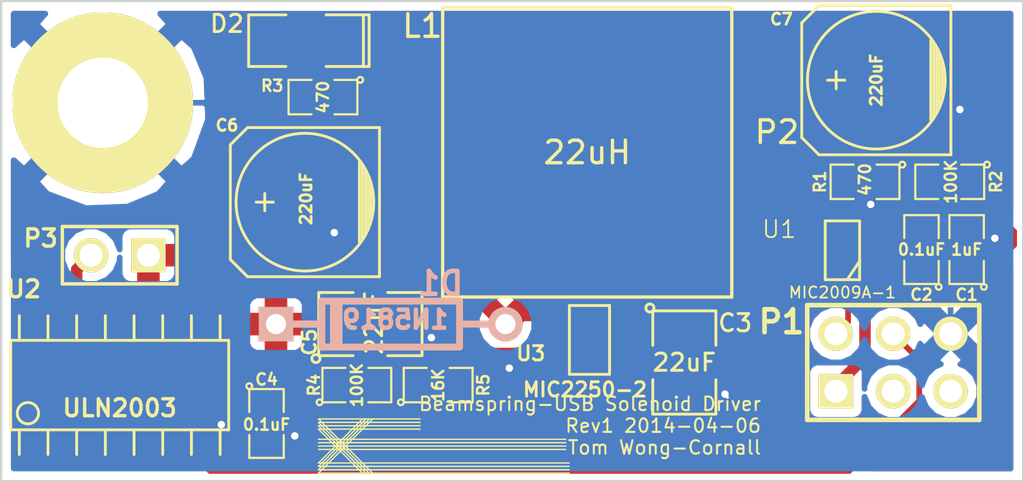
<source format=kicad_pcb>
(kicad_pcb (version 3) (host pcbnew "(2013-may-18)-stable")

  (general
    (links 52)
    (no_connects 0)
    (area 174.557912 137.431299 220.550001 158.800001)
    (thickness 1.6)
    (drawings 25)
    (tracks 152)
    (zones 0)
    (modules 22)
    (nets 14)
  )

  (page A3)
  (layers
    (15 F.Cu signal)
    (0 B.Cu signal)
    (16 B.Adhes user)
    (17 F.Adhes user)
    (18 B.Paste user)
    (19 F.Paste user)
    (20 B.SilkS user)
    (21 F.SilkS user)
    (22 B.Mask user)
    (23 F.Mask user)
    (24 Dwgs.User user)
    (25 Cmts.User user)
    (26 Eco1.User user)
    (27 Eco2.User user)
    (28 Edge.Cuts user)
  )

  (setup
    (last_trace_width 0.254)
    (user_trace_width 0.1778)
    (user_trace_width 0.2032)
    (user_trace_width 0.254)
    (user_trace_width 0.3048)
    (user_trace_width 0.381)
    (user_trace_width 0.508)
    (trace_clearance 0.2032)
    (zone_clearance 0.381)
    (zone_45_only no)
    (trace_min 0.1524)
    (segment_width 0.06)
    (edge_width 0.1)
    (via_size 0.889)
    (via_drill 0.3302)
    (via_min_size 0.889)
    (via_min_drill 0.3302)
    (uvia_size 0.508)
    (uvia_drill 0.127)
    (uvias_allowed no)
    (uvia_min_size 0.508)
    (uvia_min_drill 0.127)
    (pcb_text_width 0.3)
    (pcb_text_size 1.5 1.5)
    (mod_edge_width 0.15)
    (mod_text_size 1 1)
    (mod_text_width 0.15)
    (pad_size 8 8)
    (pad_drill 4)
    (pad_to_mask_clearance 0)
    (aux_axis_origin 0 0)
    (visible_elements 7FFFFFFF)
    (pcbplotparams
      (layerselection 284196865)
      (usegerberextensions true)
      (excludeedgelayer true)
      (linewidth 0.150000)
      (plotframeref false)
      (viasonmask false)
      (mode 1)
      (useauxorigin false)
      (hpglpennumber 1)
      (hpglpenspeed 20)
      (hpglpendiameter 15)
      (hpglpenoverlay 2)
      (psnegative false)
      (psa4output false)
      (plotreference true)
      (plotvalue true)
      (plotothertext true)
      (plotinvisibletext false)
      (padsonsilk false)
      (subtractmaskfromsilk false)
      (outputformat 1)
      (mirror false)
      (drillshape 0)
      (scaleselection 1)
      (outputdirectory /tmp/solenoid-driver/))
  )

  (net 0 "")
  (net 1 +5V)
  (net 2 +9V)
  (net 3 /+5V_Gated)
  (net 4 /SW)
  (net 5 GND)
  (net 6 N-000001)
  (net 7 N-0000012)
  (net 8 N-000002)
  (net 9 N-000003)
  (net 10 N-000006)
  (net 11 N-000007)
  (net 12 N-000008)
  (net 13 N-000009)

  (net_class Default "This is the default net class."
    (clearance 0.2032)
    (trace_width 0.254)
    (via_dia 0.889)
    (via_drill 0.3302)
    (uvia_dia 0.508)
    (uvia_drill 0.127)
    (add_net "")
    (add_net +5V)
    (add_net +9V)
    (add_net /+5V_Gated)
    (add_net /SW)
    (add_net GND)
    (add_net N-000001)
    (add_net N-0000012)
    (add_net N-000002)
    (add_net N-000003)
    (add_net N-000006)
    (add_net N-000007)
    (add_net N-000008)
    (add_net N-000009)
  )

  (module SOT23_6 (layer F.Cu) (tedit 5340D4DD) (tstamp 533F9F75)
    (at 212.5 148.5 90)
    (path /533F8E11)
    (fp_text reference U1 (at 0.9 -2.8 180) (layer F.SilkS)
      (effects (font (size 0.762 0.762) (thickness 0.0762)))
    )
    (fp_text value MIC2009A-1 (at -1.9 0 180) (layer F.SilkS)
      (effects (font (size 0.50038 0.50038) (thickness 0.0762)))
    )
    (fp_line (start -0.508 0.762) (end -1.27 0.254) (layer F.SilkS) (width 0.127))
    (fp_line (start 1.27 0.762) (end -1.3335 0.762) (layer F.SilkS) (width 0.127))
    (fp_line (start -1.3335 0.762) (end -1.3335 -0.762) (layer F.SilkS) (width 0.127))
    (fp_line (start -1.3335 -0.762) (end 1.27 -0.762) (layer F.SilkS) (width 0.127))
    (fp_line (start 1.27 -0.762) (end 1.27 0.762) (layer F.SilkS) (width 0.127))
    (pad 6 smd rect (at -0.9525 -1.27 90) (size 0.70104 1.00076)
      (layers F.Cu F.Paste F.Mask)
      (net 3 /+5V_Gated)
    )
    (pad 5 smd rect (at 0 -1.27 90) (size 0.70104 1.00076)
      (layers F.Cu F.Paste F.Mask)
      (net 8 N-000002)
    )
    (pad 4 smd rect (at 0.9525 -1.27 90) (size 0.70104 1.00076)
      (layers F.Cu F.Paste F.Mask)
      (net 9 N-000003)
    )
    (pad 3 smd rect (at 0.9525 1.27 90) (size 0.70104 1.00076)
      (layers F.Cu F.Paste F.Mask)
      (net 11 N-000007)
    )
    (pad 2 smd rect (at 0 1.27 90) (size 0.70104 1.00076)
      (layers F.Cu F.Paste F.Mask)
      (net 5 GND)
    )
    (pad 1 smd rect (at -0.9525 1.27 90) (size 0.70104 1.00076)
      (layers F.Cu F.Paste F.Mask)
      (net 1 +5V)
    )
    (model smd/SOT23_6.wrl
      (at (xyz 0 0 0))
      (scale (xyz 0.11 0.11 0.11))
      (rotate (xyz 0 0 0))
    )
  )

  (module SOT23-5 (layer F.Cu) (tedit 5340D42C) (tstamp 533F9F82)
    (at 201.3 152.5 270)
    (path /533F9B43)
    (attr smd)
    (fp_text reference U3 (at 0.6 2.6 360) (layer F.SilkS)
      (effects (font (size 0.635 0.635) (thickness 0.127)))
    )
    (fp_text value MIC2250-2 (at 2.2 0.2 360) (layer F.SilkS)
      (effects (font (size 0.635 0.635) (thickness 0.127)))
    )
    (fp_line (start 1.524 -0.889) (end 1.524 0.889) (layer F.SilkS) (width 0.127))
    (fp_line (start 1.524 0.889) (end -1.524 0.889) (layer F.SilkS) (width 0.127))
    (fp_line (start -1.524 0.889) (end -1.524 -0.889) (layer F.SilkS) (width 0.127))
    (fp_line (start -1.524 -0.889) (end 1.524 -0.889) (layer F.SilkS) (width 0.127))
    (pad 1 smd rect (at -0.9525 1.27 270) (size 0.508 0.762)
      (layers F.Cu F.Paste F.Mask)
      (net 4 /SW)
    )
    (pad 3 smd rect (at 0.9525 1.27 270) (size 0.508 0.762)
      (layers F.Cu F.Paste F.Mask)
      (net 7 N-0000012)
    )
    (pad 5 smd rect (at -0.9525 -1.27 270) (size 0.508 0.762)
      (layers F.Cu F.Paste F.Mask)
      (net 3 /+5V_Gated)
    )
    (pad 2 smd rect (at 0 1.27 270) (size 0.508 0.762)
      (layers F.Cu F.Paste F.Mask)
      (net 5 GND)
    )
    (pad 4 smd rect (at 0.9525 -1.27 270) (size 0.508 0.762)
      (layers F.Cu F.Paste F.Mask)
      (net 3 /+5V_Gated)
    )
    (model smd/SOT23_5.wrl
      (at (xyz 0 0 0))
      (scale (xyz 0.1 0.1 0.1))
      (rotate (xyz 0 0 0))
    )
  )

  (module so-16 (layer F.Cu) (tedit 5340D383) (tstamp 533F9FAB)
    (at 180.5 154.5)
    (descr SO-16)
    (path /533CF28C)
    (attr smd)
    (fp_text reference U2 (at -4.25 -4.25) (layer F.SilkS)
      (effects (font (size 0.7493 0.7493) (thickness 0.14986)))
    )
    (fp_text value ULN2003 (at 0 1.016) (layer F.SilkS)
      (effects (font (size 0.7493 0.7493) (thickness 0.14986)))
    )
    (fp_line (start -1.905 -1.9812) (end -1.905 -3.0734) (layer F.SilkS) (width 0.127))
    (fp_line (start -0.635 -1.9812) (end -0.635 -3.0734) (layer F.SilkS) (width 0.127))
    (fp_line (start 0.635 -1.9812) (end 0.635 -3.0734) (layer F.SilkS) (width 0.127))
    (fp_line (start -3.175 -1.9812) (end -3.175 -3.0734) (layer F.SilkS) (width 0.127))
    (fp_line (start -4.445 -3.0734) (end -4.445 -1.9812) (layer F.SilkS) (width 0.127))
    (fp_line (start 1.905 -3.0734) (end 1.905 -1.9812) (layer F.SilkS) (width 0.127))
    (fp_line (start 3.175 -3.0734) (end 3.175 -1.9812) (layer F.SilkS) (width 0.127))
    (fp_line (start 4.445 -3.0734) (end 4.445 -1.9812) (layer F.SilkS) (width 0.127))
    (fp_line (start 4.445 1.9812) (end 4.445 3.0734) (layer F.SilkS) (width 0.127))
    (fp_line (start 3.175 1.9812) (end 3.175 3.0734) (layer F.SilkS) (width 0.127))
    (fp_line (start 1.905 1.9812) (end 1.905 3.0734) (layer F.SilkS) (width 0.127))
    (fp_line (start -4.445 1.9812) (end -4.445 3.0734) (layer F.SilkS) (width 0.127))
    (fp_line (start -3.175 3.0734) (end -3.175 1.9812) (layer F.SilkS) (width 0.127))
    (fp_line (start 0.635 3.0734) (end 0.635 1.9812) (layer F.SilkS) (width 0.127))
    (fp_line (start -0.635 3.0734) (end -0.635 1.9812) (layer F.SilkS) (width 0.127))
    (fp_line (start -1.905 3.0734) (end -1.905 1.9812) (layer F.SilkS) (width 0.127))
    (fp_circle (center -4.064 1.2446) (end -4.3434 1.6256) (layer F.SilkS) (width 0.127))
    (fp_line (start -4.826 -1.9812) (end -4.826 1.9812) (layer F.SilkS) (width 0.127))
    (fp_line (start -4.826 1.9812) (end 4.826 1.9812) (layer F.SilkS) (width 0.127))
    (fp_line (start 4.826 1.9812) (end 4.826 -1.9812) (layer F.SilkS) (width 0.127))
    (fp_line (start 4.826 -1.9812) (end -4.826 -1.9812) (layer F.SilkS) (width 0.127))
    (pad 1 smd rect (at -4.445 2.794) (size 0.635 1.27)
      (layers F.Cu F.Paste F.Mask)
      (net 10 N-000006)
    )
    (pad 2 smd rect (at -3.175 2.794) (size 0.635 1.27)
      (layers F.Cu F.Paste F.Mask)
      (net 10 N-000006)
    )
    (pad 3 smd rect (at -1.905 2.794) (size 0.635 1.27)
      (layers F.Cu F.Paste F.Mask)
      (net 10 N-000006)
    )
    (pad 4 smd rect (at -0.635 2.794) (size 0.635 1.27)
      (layers F.Cu F.Paste F.Mask)
      (net 10 N-000006)
    )
    (pad 5 smd rect (at 0.635 2.794) (size 0.635 1.27)
      (layers F.Cu F.Paste F.Mask)
      (net 10 N-000006)
    )
    (pad 6 smd rect (at 1.905 2.794) (size 0.635 1.27)
      (layers F.Cu F.Paste F.Mask)
      (net 10 N-000006)
    )
    (pad 7 smd rect (at 3.175 2.794) (size 0.635 1.27)
      (layers F.Cu F.Paste F.Mask)
      (net 10 N-000006)
    )
    (pad 8 smd rect (at 4.445 2.794) (size 0.635 1.27)
      (layers F.Cu F.Paste F.Mask)
      (net 5 GND)
    )
    (pad 9 smd rect (at 4.445 -2.794) (size 0.635 1.27)
      (layers F.Cu F.Paste F.Mask)
      (net 2 +9V)
    )
    (pad 10 smd rect (at 3.175 -2.794) (size 0.635 1.27)
      (layers F.Cu F.Paste F.Mask)
      (net 6 N-000001)
    )
    (pad 11 smd rect (at 1.905 -2.794) (size 0.635 1.27)
      (layers F.Cu F.Paste F.Mask)
      (net 6 N-000001)
    )
    (pad 12 smd rect (at 0.635 -2.794) (size 0.635 1.27)
      (layers F.Cu F.Paste F.Mask)
      (net 6 N-000001)
    )
    (pad 13 smd rect (at -0.635 -2.794) (size 0.635 1.27)
      (layers F.Cu F.Paste F.Mask)
      (net 6 N-000001)
    )
    (pad 14 smd rect (at -1.905 -2.794) (size 0.635 1.27)
      (layers F.Cu F.Paste F.Mask)
      (net 6 N-000001)
    )
    (pad 15 smd rect (at -3.175 -2.794) (size 0.635 1.27)
      (layers F.Cu F.Paste F.Mask)
      (net 6 N-000001)
    )
    (pad 16 smd rect (at -4.445 -2.794) (size 0.635 1.27)
      (layers F.Cu F.Paste F.Mask)
      (net 12 N-000008)
    )
    (model smd/smd_dil/so-16.wrl
      (at (xyz 0 0 0))
      (scale (xyz 1 1 1))
      (rotate (xyz 0 0 0))
    )
  )

  (module SM1210 (layer F.Cu) (tedit 5340D3F6) (tstamp 533F9FB8)
    (at 191.6 151.8)
    (tags "CMS SM")
    (path /533FADC1)
    (attr smd)
    (fp_text reference C5 (at -2.7 0.8 90) (layer F.SilkS)
      (effects (font (size 0.6 0.6) (thickness 0.127)))
    )
    (fp_text value 22uF (at 0.15 -0.05 90) (layer F.SilkS)
      (effects (font (size 0.762 0.762) (thickness 0.127)))
    )
    (fp_circle (center -2.413 1.524) (end -2.286 1.397) (layer F.SilkS) (width 0.127))
    (fp_line (start -0.762 -1.397) (end -2.286 -1.397) (layer F.SilkS) (width 0.127))
    (fp_line (start -2.286 -1.397) (end -2.286 1.397) (layer F.SilkS) (width 0.127))
    (fp_line (start -2.286 1.397) (end -0.762 1.397) (layer F.SilkS) (width 0.127))
    (fp_line (start 0.762 1.397) (end 2.286 1.397) (layer F.SilkS) (width 0.127))
    (fp_line (start 2.286 1.397) (end 2.286 -1.397) (layer F.SilkS) (width 0.127))
    (fp_line (start 2.286 -1.397) (end 0.762 -1.397) (layer F.SilkS) (width 0.127))
    (pad 1 smd rect (at -1.524 0) (size 1.27 2.54)
      (layers F.Cu F.Paste F.Mask)
      (net 2 +9V)
    )
    (pad 2 smd rect (at 1.524 0) (size 1.27 2.54)
      (layers F.Cu F.Paste F.Mask)
      (net 5 GND)
    )
    (model smd/chip_cms.wrl
      (at (xyz 0 0 0))
      (scale (xyz 0.17 0.2 0.17))
      (rotate (xyz 0 0 0))
    )
  )

  (module SM1210 (layer F.Cu) (tedit 5340D6FD) (tstamp 533F9FC5)
    (at 205.5 153.5 270)
    (tags "CMS SM")
    (path /533F9FEC)
    (attr smd)
    (fp_text reference C3 (at -1.75 -2.25 360) (layer F.SilkS)
      (effects (font (size 0.762 0.762) (thickness 0.127)))
    )
    (fp_text value 22uF (at 0 0 360) (layer F.SilkS)
      (effects (font (size 0.762 0.762) (thickness 0.127)))
    )
    (fp_circle (center -2.413 1.524) (end -2.286 1.397) (layer F.SilkS) (width 0.127))
    (fp_line (start -0.762 -1.397) (end -2.286 -1.397) (layer F.SilkS) (width 0.127))
    (fp_line (start -2.286 -1.397) (end -2.286 1.397) (layer F.SilkS) (width 0.127))
    (fp_line (start -2.286 1.397) (end -0.762 1.397) (layer F.SilkS) (width 0.127))
    (fp_line (start 0.762 1.397) (end 2.286 1.397) (layer F.SilkS) (width 0.127))
    (fp_line (start 2.286 1.397) (end 2.286 -1.397) (layer F.SilkS) (width 0.127))
    (fp_line (start 2.286 -1.397) (end 0.762 -1.397) (layer F.SilkS) (width 0.127))
    (pad 1 smd rect (at -1.524 0 270) (size 1.27 2.54)
      (layers F.Cu F.Paste F.Mask)
      (net 3 /+5V_Gated)
    )
    (pad 2 smd rect (at 1.524 0 270) (size 1.27 2.54)
      (layers F.Cu F.Paste F.Mask)
      (net 5 GND)
    )
    (model smd/chip_cms.wrl
      (at (xyz 0 0 0))
      (scale (xyz 0.17 0.2 0.17))
      (rotate (xyz 0 0 0))
    )
  )

  (module SM1206POL (layer F.Cu) (tedit 5340D3A3) (tstamp 533F9FD4)
    (at 188.75 139.25 180)
    (path /533DE17A)
    (attr smd)
    (fp_text reference D2 (at 3.5 0.75 180) (layer F.SilkS)
      (effects (font (size 0.762 0.762) (thickness 0.127)))
    )
    (fp_text value LED (at 0 0 180) (layer F.SilkS) hide
      (effects (font (size 0.762 0.762) (thickness 0.127)))
    )
    (fp_line (start -2.54 -1.143) (end -2.794 -1.143) (layer F.SilkS) (width 0.127))
    (fp_line (start -2.794 -1.143) (end -2.794 1.143) (layer F.SilkS) (width 0.127))
    (fp_line (start -2.794 1.143) (end -2.54 1.143) (layer F.SilkS) (width 0.127))
    (fp_line (start -2.54 -1.143) (end -2.54 1.143) (layer F.SilkS) (width 0.127))
    (fp_line (start -2.54 1.143) (end -0.889 1.143) (layer F.SilkS) (width 0.127))
    (fp_line (start 0.889 -1.143) (end 2.54 -1.143) (layer F.SilkS) (width 0.127))
    (fp_line (start 2.54 -1.143) (end 2.54 1.143) (layer F.SilkS) (width 0.127))
    (fp_line (start 2.54 1.143) (end 0.889 1.143) (layer F.SilkS) (width 0.127))
    (fp_line (start -0.889 -1.143) (end -2.54 -1.143) (layer F.SilkS) (width 0.127))
    (pad 1 smd rect (at -1.651 0 180) (size 1.524 2.032)
      (layers F.Cu F.Paste F.Mask)
      (net 13 N-000009)
    )
    (pad 2 smd rect (at 1.651 0 180) (size 1.524 2.032)
      (layers F.Cu F.Paste F.Mask)
      (net 12 N-000008)
    )
    (model smd/chip_cms_pol.wrl
      (at (xyz 0 0 0))
      (scale (xyz 0.17 0.16 0.16))
      (rotate (xyz 0 0 0))
    )
  )

  (module SM0805 (layer F.Cu) (tedit 5340D4D2) (tstamp 533F9FE1)
    (at 217.25 145.5 180)
    (path /533F9579)
    (attr smd)
    (fp_text reference R2 (at -2.05 0 270) (layer F.SilkS)
      (effects (font (size 0.50038 0.50038) (thickness 0.10922)))
    )
    (fp_text value 100K (at -0.05 0 270) (layer F.SilkS)
      (effects (font (size 0.50038 0.50038) (thickness 0.10922)))
    )
    (fp_circle (center -1.651 0.762) (end -1.651 0.635) (layer F.SilkS) (width 0.09906))
    (fp_line (start -0.508 0.762) (end -1.524 0.762) (layer F.SilkS) (width 0.09906))
    (fp_line (start -1.524 0.762) (end -1.524 -0.762) (layer F.SilkS) (width 0.09906))
    (fp_line (start -1.524 -0.762) (end -0.508 -0.762) (layer F.SilkS) (width 0.09906))
    (fp_line (start 0.508 -0.762) (end 1.524 -0.762) (layer F.SilkS) (width 0.09906))
    (fp_line (start 1.524 -0.762) (end 1.524 0.762) (layer F.SilkS) (width 0.09906))
    (fp_line (start 1.524 0.762) (end 0.508 0.762) (layer F.SilkS) (width 0.09906))
    (pad 1 smd rect (at -0.9525 0 180) (size 0.889 1.397)
      (layers F.Cu F.Paste F.Mask)
      (net 1 +5V)
    )
    (pad 2 smd rect (at 0.9525 0 180) (size 0.889 1.397)
      (layers F.Cu F.Paste F.Mask)
      (net 9 N-000003)
    )
    (model smd/chip_cms.wrl
      (at (xyz 0 0 0))
      (scale (xyz 0.1 0.1 0.1))
      (rotate (xyz 0 0 0))
    )
  )

  (module SM0805 (layer F.Cu) (tedit 5340D406) (tstamp 533F9FEE)
    (at 194.6 154.5)
    (path /533FAB2E)
    (attr smd)
    (fp_text reference R5 (at 2 0 90) (layer F.SilkS)
      (effects (font (size 0.50038 0.50038) (thickness 0.10922)))
    )
    (fp_text value 16K (at 0 0 90) (layer F.SilkS)
      (effects (font (size 0.50038 0.50038) (thickness 0.10922)))
    )
    (fp_circle (center -1.651 0.762) (end -1.651 0.635) (layer F.SilkS) (width 0.09906))
    (fp_line (start -0.508 0.762) (end -1.524 0.762) (layer F.SilkS) (width 0.09906))
    (fp_line (start -1.524 0.762) (end -1.524 -0.762) (layer F.SilkS) (width 0.09906))
    (fp_line (start -1.524 -0.762) (end -0.508 -0.762) (layer F.SilkS) (width 0.09906))
    (fp_line (start 0.508 -0.762) (end 1.524 -0.762) (layer F.SilkS) (width 0.09906))
    (fp_line (start 1.524 -0.762) (end 1.524 0.762) (layer F.SilkS) (width 0.09906))
    (fp_line (start 1.524 0.762) (end 0.508 0.762) (layer F.SilkS) (width 0.09906))
    (pad 1 smd rect (at -0.9525 0) (size 0.889 1.397)
      (layers F.Cu F.Paste F.Mask)
      (net 7 N-0000012)
    )
    (pad 2 smd rect (at 0.9525 0) (size 0.889 1.397)
      (layers F.Cu F.Paste F.Mask)
      (net 5 GND)
    )
    (model smd/chip_cms.wrl
      (at (xyz 0 0 0))
      (scale (xyz 0.1 0.1 0.1))
      (rotate (xyz 0 0 0))
    )
  )

  (module SM0805 (layer F.Cu) (tedit 5340D3FF) (tstamp 533F9FFB)
    (at 191 154.5)
    (path /533FAAD3)
    (attr smd)
    (fp_text reference R4 (at -1.9 0 90) (layer F.SilkS)
      (effects (font (size 0.50038 0.50038) (thickness 0.10922)))
    )
    (fp_text value 100K (at 0 0 90) (layer F.SilkS)
      (effects (font (size 0.50038 0.50038) (thickness 0.10922)))
    )
    (fp_circle (center -1.651 0.762) (end -1.651 0.635) (layer F.SilkS) (width 0.09906))
    (fp_line (start -0.508 0.762) (end -1.524 0.762) (layer F.SilkS) (width 0.09906))
    (fp_line (start -1.524 0.762) (end -1.524 -0.762) (layer F.SilkS) (width 0.09906))
    (fp_line (start -1.524 -0.762) (end -0.508 -0.762) (layer F.SilkS) (width 0.09906))
    (fp_line (start 0.508 -0.762) (end 1.524 -0.762) (layer F.SilkS) (width 0.09906))
    (fp_line (start 1.524 -0.762) (end 1.524 0.762) (layer F.SilkS) (width 0.09906))
    (fp_line (start 1.524 0.762) (end 0.508 0.762) (layer F.SilkS) (width 0.09906))
    (pad 1 smd rect (at -0.9525 0) (size 0.889 1.397)
      (layers F.Cu F.Paste F.Mask)
      (net 2 +9V)
    )
    (pad 2 smd rect (at 0.9525 0) (size 0.889 1.397)
      (layers F.Cu F.Paste F.Mask)
      (net 7 N-0000012)
    )
    (model smd/chip_cms.wrl
      (at (xyz 0 0 0))
      (scale (xyz 0.1 0.1 0.1))
      (rotate (xyz 0 0 0))
    )
  )

  (module SM0805 (layer F.Cu) (tedit 5340D4EC) (tstamp 533FA008)
    (at 218 148.5 90)
    (path /533F9B5C)
    (attr smd)
    (fp_text reference C1 (at -2 0 180) (layer F.SilkS)
      (effects (font (size 0.50038 0.50038) (thickness 0.10922)))
    )
    (fp_text value 1uF (at 0 0 180) (layer F.SilkS)
      (effects (font (size 0.50038 0.50038) (thickness 0.10922)))
    )
    (fp_circle (center -1.651 0.762) (end -1.651 0.635) (layer F.SilkS) (width 0.09906))
    (fp_line (start -0.508 0.762) (end -1.524 0.762) (layer F.SilkS) (width 0.09906))
    (fp_line (start -1.524 0.762) (end -1.524 -0.762) (layer F.SilkS) (width 0.09906))
    (fp_line (start -1.524 -0.762) (end -0.508 -0.762) (layer F.SilkS) (width 0.09906))
    (fp_line (start 0.508 -0.762) (end 1.524 -0.762) (layer F.SilkS) (width 0.09906))
    (fp_line (start 1.524 -0.762) (end 1.524 0.762) (layer F.SilkS) (width 0.09906))
    (fp_line (start 1.524 0.762) (end 0.508 0.762) (layer F.SilkS) (width 0.09906))
    (pad 1 smd rect (at -0.9525 0 90) (size 0.889 1.397)
      (layers F.Cu F.Paste F.Mask)
      (net 1 +5V)
    )
    (pad 2 smd rect (at 0.9525 0 90) (size 0.889 1.397)
      (layers F.Cu F.Paste F.Mask)
      (net 5 GND)
    )
    (model smd/chip_cms.wrl
      (at (xyz 0 0 0))
      (scale (xyz 0.1 0.1 0.1))
      (rotate (xyz 0 0 0))
    )
  )

  (module SM0805 (layer F.Cu) (tedit 5340D4CC) (tstamp 533FA015)
    (at 213.5 145.5 180)
    (path /533F92D7)
    (attr smd)
    (fp_text reference R1 (at 2 0 270) (layer F.SilkS)
      (effects (font (size 0.50038 0.50038) (thickness 0.10922)))
    )
    (fp_text value 470 (at 0 0.1 270) (layer F.SilkS)
      (effects (font (size 0.50038 0.50038) (thickness 0.10922)))
    )
    (fp_circle (center -1.651 0.762) (end -1.651 0.635) (layer F.SilkS) (width 0.09906))
    (fp_line (start -0.508 0.762) (end -1.524 0.762) (layer F.SilkS) (width 0.09906))
    (fp_line (start -1.524 0.762) (end -1.524 -0.762) (layer F.SilkS) (width 0.09906))
    (fp_line (start -1.524 -0.762) (end -0.508 -0.762) (layer F.SilkS) (width 0.09906))
    (fp_line (start 0.508 -0.762) (end 1.524 -0.762) (layer F.SilkS) (width 0.09906))
    (fp_line (start 1.524 -0.762) (end 1.524 0.762) (layer F.SilkS) (width 0.09906))
    (fp_line (start 1.524 0.762) (end 0.508 0.762) (layer F.SilkS) (width 0.09906))
    (pad 1 smd rect (at -0.9525 0 180) (size 0.889 1.397)
      (layers F.Cu F.Paste F.Mask)
      (net 5 GND)
    )
    (pad 2 smd rect (at 0.9525 0 180) (size 0.889 1.397)
      (layers F.Cu F.Paste F.Mask)
      (net 8 N-000002)
    )
    (model smd/chip_cms.wrl
      (at (xyz 0 0 0))
      (scale (xyz 0.1 0.1 0.1))
      (rotate (xyz 0 0 0))
    )
  )

  (module SM0805 (layer F.Cu) (tedit 5340D38E) (tstamp 533FA022)
    (at 187 156.2 270)
    (path /533DEC04)
    (attr smd)
    (fp_text reference C4 (at -1.95 0 360) (layer F.SilkS)
      (effects (font (size 0.50038 0.50038) (thickness 0.10922)))
    )
    (fp_text value 0.1uF (at 0.05 0 360) (layer F.SilkS)
      (effects (font (size 0.50038 0.50038) (thickness 0.10922)))
    )
    (fp_circle (center -1.651 0.762) (end -1.651 0.635) (layer F.SilkS) (width 0.09906))
    (fp_line (start -0.508 0.762) (end -1.524 0.762) (layer F.SilkS) (width 0.09906))
    (fp_line (start -1.524 0.762) (end -1.524 -0.762) (layer F.SilkS) (width 0.09906))
    (fp_line (start -1.524 -0.762) (end -0.508 -0.762) (layer F.SilkS) (width 0.09906))
    (fp_line (start 0.508 -0.762) (end 1.524 -0.762) (layer F.SilkS) (width 0.09906))
    (fp_line (start 1.524 -0.762) (end 1.524 0.762) (layer F.SilkS) (width 0.09906))
    (fp_line (start 1.524 0.762) (end 0.508 0.762) (layer F.SilkS) (width 0.09906))
    (pad 1 smd rect (at -0.9525 0 270) (size 0.889 1.397)
      (layers F.Cu F.Paste F.Mask)
      (net 2 +9V)
    )
    (pad 2 smd rect (at 0.9525 0 270) (size 0.889 1.397)
      (layers F.Cu F.Paste F.Mask)
      (net 5 GND)
    )
    (model smd/chip_cms.wrl
      (at (xyz 0 0 0))
      (scale (xyz 0.1 0.1 0.1))
      (rotate (xyz 0 0 0))
    )
  )

  (module SM0805 (layer F.Cu) (tedit 5340D4EA) (tstamp 533FA02F)
    (at 216 148.5 90)
    (path /533DEA52)
    (attr smd)
    (fp_text reference C2 (at -2 0 180) (layer F.SilkS)
      (effects (font (size 0.50038 0.50038) (thickness 0.10922)))
    )
    (fp_text value 0.1uF (at 0 0 180) (layer F.SilkS)
      (effects (font (size 0.50038 0.50038) (thickness 0.10922)))
    )
    (fp_circle (center -1.651 0.762) (end -1.651 0.635) (layer F.SilkS) (width 0.09906))
    (fp_line (start -0.508 0.762) (end -1.524 0.762) (layer F.SilkS) (width 0.09906))
    (fp_line (start -1.524 0.762) (end -1.524 -0.762) (layer F.SilkS) (width 0.09906))
    (fp_line (start -1.524 -0.762) (end -0.508 -0.762) (layer F.SilkS) (width 0.09906))
    (fp_line (start 0.508 -0.762) (end 1.524 -0.762) (layer F.SilkS) (width 0.09906))
    (fp_line (start 1.524 -0.762) (end 1.524 0.762) (layer F.SilkS) (width 0.09906))
    (fp_line (start 1.524 0.762) (end 0.508 0.762) (layer F.SilkS) (width 0.09906))
    (pad 1 smd rect (at -0.9525 0 90) (size 0.889 1.397)
      (layers F.Cu F.Paste F.Mask)
      (net 1 +5V)
    )
    (pad 2 smd rect (at 0.9525 0 90) (size 0.889 1.397)
      (layers F.Cu F.Paste F.Mask)
      (net 5 GND)
    )
    (model smd/chip_cms.wrl
      (at (xyz 0 0 0))
      (scale (xyz 0.1 0.1 0.1))
      (rotate (xyz 0 0 0))
    )
  )

  (module SM0805 (layer F.Cu) (tedit 5340D3A9) (tstamp 533FA03C)
    (at 189.5 141.75 180)
    (path /533DE0E6)
    (attr smd)
    (fp_text reference R3 (at 2.25 0.5 180) (layer F.SilkS)
      (effects (font (size 0.50038 0.50038) (thickness 0.10922)))
    )
    (fp_text value 470 (at 0 0 270) (layer F.SilkS)
      (effects (font (size 0.50038 0.50038) (thickness 0.10922)))
    )
    (fp_circle (center -1.651 0.762) (end -1.651 0.635) (layer F.SilkS) (width 0.09906))
    (fp_line (start -0.508 0.762) (end -1.524 0.762) (layer F.SilkS) (width 0.09906))
    (fp_line (start -1.524 0.762) (end -1.524 -0.762) (layer F.SilkS) (width 0.09906))
    (fp_line (start -1.524 -0.762) (end -0.508 -0.762) (layer F.SilkS) (width 0.09906))
    (fp_line (start 0.508 -0.762) (end 1.524 -0.762) (layer F.SilkS) (width 0.09906))
    (fp_line (start 1.524 -0.762) (end 1.524 0.762) (layer F.SilkS) (width 0.09906))
    (fp_line (start 1.524 0.762) (end 0.508 0.762) (layer F.SilkS) (width 0.09906))
    (pad 1 smd rect (at -0.9525 0 180) (size 0.889 1.397)
      (layers F.Cu F.Paste F.Mask)
      (net 13 N-000009)
    )
    (pad 2 smd rect (at 0.9525 0 180) (size 0.889 1.397)
      (layers F.Cu F.Paste F.Mask)
      (net 2 +9V)
    )
    (model smd/chip_cms.wrl
      (at (xyz 0 0 0))
      (scale (xyz 0.1 0.1 0.1))
      (rotate (xyz 0 0 0))
    )
  )

  (module pin_array_3x2 (layer F.Cu) (tedit 5340D4A0) (tstamp 533FA04A)
    (at 214.75 153.5)
    (descr "Double rangee de contacts 2 x 4 pins")
    (tags CONN)
    (path /533CF06C)
    (fp_text reference P1 (at -4.95 -1.8) (layer F.SilkS)
      (effects (font (size 1.016 1.016) (thickness 0.2032)))
    )
    (fp_text value CONN_3X2 (at 0 3.81) (layer F.SilkS) hide
      (effects (font (size 1.016 1.016) (thickness 0.2032)))
    )
    (fp_line (start 3.81 2.54) (end -3.81 2.54) (layer F.SilkS) (width 0.2032))
    (fp_line (start -3.81 -2.54) (end 3.81 -2.54) (layer F.SilkS) (width 0.2032))
    (fp_line (start 3.81 -2.54) (end 3.81 2.54) (layer F.SilkS) (width 0.2032))
    (fp_line (start -3.81 2.54) (end -3.81 -2.54) (layer F.SilkS) (width 0.2032))
    (pad 1 thru_hole rect (at -2.54 1.27) (size 1.524 1.524) (drill 1.016)
      (layers *.Cu *.Mask F.SilkS)
      (net 1 +5V)
    )
    (pad 2 thru_hole circle (at -2.54 -1.27) (size 1.524 1.524) (drill 1.016)
      (layers *.Cu *.Mask F.SilkS)
      (net 11 N-000007)
    )
    (pad 3 thru_hole circle (at 0 1.27) (size 1.524 1.524) (drill 1.016)
      (layers *.Cu *.Mask F.SilkS)
    )
    (pad 4 thru_hole circle (at 0 -1.27) (size 1.524 1.524) (drill 1.016)
      (layers *.Cu *.Mask F.SilkS)
      (net 10 N-000006)
    )
    (pad 5 thru_hole circle (at 2.54 1.27) (size 1.524 1.524) (drill 1.016)
      (layers *.Cu *.Mask F.SilkS)
    )
    (pad 6 thru_hole circle (at 2.54 -1.27) (size 1.524 1.524) (drill 1.016)
      (layers *.Cu *.Mask F.SilkS)
      (net 5 GND)
    )
    (model pin_array/pins_array_3x2.wrl
      (at (xyz 0 0 0))
      (scale (xyz 1 1 1))
      (rotate (xyz 0 0 0))
    )
  )

  (module PIN_ARRAY_2X1 (layer F.Cu) (tedit 5340D380) (tstamp 533FA054)
    (at 180.5 148.75 180)
    (descr "Connecteurs 2 pins")
    (tags "CONN DEV")
    (path /533CF848)
    (fp_text reference P3 (at 3.5 0.75 180) (layer F.SilkS)
      (effects (font (size 0.762 0.762) (thickness 0.1524)))
    )
    (fp_text value CONN_2 (at 0 0 180) (layer F.SilkS) hide
      (effects (font (size 0.762 0.762) (thickness 0.1524)))
    )
    (fp_line (start -2.54 1.27) (end -2.54 -1.27) (layer F.SilkS) (width 0.1524))
    (fp_line (start -2.54 -1.27) (end 2.54 -1.27) (layer F.SilkS) (width 0.1524))
    (fp_line (start 2.54 -1.27) (end 2.54 1.27) (layer F.SilkS) (width 0.1524))
    (fp_line (start 2.54 1.27) (end -2.54 1.27) (layer F.SilkS) (width 0.1524))
    (pad 1 thru_hole rect (at -1.27 0 180) (size 1.524 1.524) (drill 1.016)
      (layers *.Cu *.Mask F.SilkS)
      (net 2 +9V)
    )
    (pad 2 thru_hole circle (at 1.27 0 180) (size 1.524 1.524) (drill 1.016)
      (layers *.Cu *.Mask F.SilkS)
      (net 6 N-000001)
    )
    (model pin_array/pins_array_2x1.wrl
      (at (xyz 0 0 0))
      (scale (xyz 1 1 1))
      (rotate (xyz 0 0 0))
    )
  )

  (module DO-41 (layer B.Cu) (tedit 5340D530) (tstamp 533FA066)
    (at 192.5 151.8 180)
    (descr "Diode 3 pas")
    (tags "DIODE DEV")
    (path /533FA643)
    (fp_text reference D1 (at -2.2 1.8 180) (layer B.SilkS)
      (effects (font (size 1.016 1.016) (thickness 0.2032)) (justify mirror))
    )
    (fp_text value 1N5819 (at -0.2 0.2 180) (layer B.SilkS)
      (effects (font (size 0.8 0.8) (thickness 0.2)) (justify mirror))
    )
    (fp_line (start -3.81 0) (end -5.08 0) (layer B.SilkS) (width 0.3175))
    (fp_line (start 3.81 0) (end 5.08 0) (layer B.SilkS) (width 0.3175))
    (fp_line (start 3.81 0) (end 3.048 0) (layer B.SilkS) (width 0.3175))
    (fp_line (start 3.048 0) (end 3.048 1.016) (layer B.SilkS) (width 0.3048))
    (fp_line (start 3.048 1.016) (end -3.048 1.016) (layer B.SilkS) (width 0.3048))
    (fp_line (start -3.048 1.016) (end -3.048 0) (layer B.SilkS) (width 0.3048))
    (fp_line (start -3.048 0) (end -3.81 0) (layer B.SilkS) (width 0.3048))
    (fp_line (start -3.048 0) (end -3.048 -1.016) (layer B.SilkS) (width 0.3048))
    (fp_line (start -3.048 -1.016) (end 3.048 -1.016) (layer B.SilkS) (width 0.3048))
    (fp_line (start 3.048 -1.016) (end 3.048 0) (layer B.SilkS) (width 0.3048))
    (fp_line (start 2.54 1.016) (end 2.54 -1.016) (layer B.SilkS) (width 0.3048))
    (fp_line (start 2.286 -1.016) (end 2.286 1.016) (layer B.SilkS) (width 0.3048))
    (pad 2 thru_hole rect (at 5.08 0 180) (size 1.524 1.524) (drill 0.889)
      (layers *.Cu *.Mask B.SilkS)
      (net 2 +9V)
    )
    (pad 1 thru_hole circle (at -5.08 0 180) (size 1.524 1.524) (drill 0.889)
      (layers *.Cu *.Mask B.SilkS)
      (net 4 /SW)
    )
  )

  (module c_elec_6.3x7.7 (layer F.Cu) (tedit 5340D3B9) (tstamp 533FA07A)
    (at 188.7 146.4 180)
    (descr "SMT capacitor, aluminium electrolytic, 6.3x7.7")
    (path /533FB030)
    (fp_text reference C6 (at 3.45 3.4 180) (layer F.SilkS)
      (effects (font (size 0.50038 0.50038) (thickness 0.11938)))
    )
    (fp_text value 220uF (at -0.05 0.15 270) (layer F.SilkS)
      (effects (font (size 0.50038 0.50038) (thickness 0.11938)))
    )
    (fp_line (start -2.921 -0.762) (end -2.921 0.762) (layer F.SilkS) (width 0.127))
    (fp_line (start -2.794 1.143) (end -2.794 -1.143) (layer F.SilkS) (width 0.127))
    (fp_line (start -2.667 -1.397) (end -2.667 1.397) (layer F.SilkS) (width 0.127))
    (fp_line (start -2.54 1.651) (end -2.54 -1.651) (layer F.SilkS) (width 0.127))
    (fp_line (start -2.413 -1.778) (end -2.413 1.778) (layer F.SilkS) (width 0.127))
    (fp_circle (center 0 0) (end -3.048 0) (layer F.SilkS) (width 0.127))
    (fp_line (start -3.302 -3.302) (end -3.302 3.302) (layer F.SilkS) (width 0.127))
    (fp_line (start -3.302 3.302) (end 2.54 3.302) (layer F.SilkS) (width 0.127))
    (fp_line (start 2.54 3.302) (end 3.302 2.54) (layer F.SilkS) (width 0.127))
    (fp_line (start 3.302 2.54) (end 3.302 -2.54) (layer F.SilkS) (width 0.127))
    (fp_line (start 3.302 -2.54) (end 2.54 -3.302) (layer F.SilkS) (width 0.127))
    (fp_line (start 2.54 -3.302) (end -3.302 -3.302) (layer F.SilkS) (width 0.127))
    (fp_line (start 2.159 0) (end 1.397 0) (layer F.SilkS) (width 0.127))
    (fp_line (start 1.778 -0.381) (end 1.778 0.381) (layer F.SilkS) (width 0.127))
    (pad 1 smd rect (at 2.75082 0 180) (size 3.59918 1.6002)
      (layers F.Cu F.Paste F.Mask)
      (net 2 +9V)
    )
    (pad 2 smd rect (at -2.75082 0 180) (size 3.59918 1.6002)
      (layers F.Cu F.Paste F.Mask)
      (net 5 GND)
    )
    (model smd/capacitors/c_elec_6_3x7_7.wrl
      (at (xyz 0 0 0))
      (scale (xyz 1 1 1))
      (rotate (xyz 0 0 0))
    )
  )

  (module INDUCTOR_12.8x12.8 (layer F.Cu) (tedit 5340D40D) (tstamp 533FA08D)
    (at 201.2 144.2 180)
    (path /533FA306)
    (fp_text reference L1 (at 7.3 5.6 180) (layer F.SilkS)
      (effects (font (size 1 1) (thickness 0.15)))
    )
    (fp_text value 22uH (at 0 0 180) (layer F.SilkS)
      (effects (font (size 1 1) (thickness 0.15)))
    )
    (fp_line (start -6.4 -6.4) (end -6.4 6.4) (layer F.SilkS) (width 0.15))
    (fp_line (start -6.4 6.4) (end 6.4 6.4) (layer F.SilkS) (width 0.15))
    (fp_line (start 6.4 6.4) (end 6.4 -6.4) (layer F.SilkS) (width 0.15))
    (fp_line (start 6.4 -6.4) (end -6.4 -6.4) (layer F.SilkS) (width 0.15))
    (pad 1 smd rect (at -5.05 0 180) (size 3.1 5.6)
      (layers F.Cu F.Paste F.Mask)
      (net 3 /+5V_Gated)
    )
    (pad 2 smd rect (at 5.05 0 180) (size 3.1 5.6)
      (layers F.Cu F.Paste F.Mask)
      (net 4 /SW)
    )
  )

  (module c_elec_6.3x7.7 (layer F.Cu) (tedit 5340D4B2) (tstamp 53409B54)
    (at 214 141 180)
    (descr "SMT capacitor, aluminium electrolytic, 6.3x7.7")
    (path /5340A587)
    (fp_text reference C7 (at 4.2 2.7 180) (layer F.SilkS)
      (effects (font (size 0.50038 0.50038) (thickness 0.11938)))
    )
    (fp_text value 220uF (at 0 0 270) (layer F.SilkS)
      (effects (font (size 0.50038 0.50038) (thickness 0.11938)))
    )
    (fp_line (start -2.921 -0.762) (end -2.921 0.762) (layer F.SilkS) (width 0.127))
    (fp_line (start -2.794 1.143) (end -2.794 -1.143) (layer F.SilkS) (width 0.127))
    (fp_line (start -2.667 -1.397) (end -2.667 1.397) (layer F.SilkS) (width 0.127))
    (fp_line (start -2.54 1.651) (end -2.54 -1.651) (layer F.SilkS) (width 0.127))
    (fp_line (start -2.413 -1.778) (end -2.413 1.778) (layer F.SilkS) (width 0.127))
    (fp_circle (center 0 0) (end -3.048 0) (layer F.SilkS) (width 0.127))
    (fp_line (start -3.302 -3.302) (end -3.302 3.302) (layer F.SilkS) (width 0.127))
    (fp_line (start -3.302 3.302) (end 2.54 3.302) (layer F.SilkS) (width 0.127))
    (fp_line (start 2.54 3.302) (end 3.302 2.54) (layer F.SilkS) (width 0.127))
    (fp_line (start 3.302 2.54) (end 3.302 -2.54) (layer F.SilkS) (width 0.127))
    (fp_line (start 3.302 -2.54) (end 2.54 -3.302) (layer F.SilkS) (width 0.127))
    (fp_line (start 2.54 -3.302) (end -3.302 -3.302) (layer F.SilkS) (width 0.127))
    (fp_line (start 2.159 0) (end 1.397 0) (layer F.SilkS) (width 0.127))
    (fp_line (start 1.778 -0.381) (end 1.778 0.381) (layer F.SilkS) (width 0.127))
    (pad 1 smd rect (at 2.75082 0 180) (size 3.59918 1.6002)
      (layers F.Cu F.Paste F.Mask)
      (net 3 /+5V_Gated)
    )
    (pad 2 smd rect (at -2.75082 0 180) (size 3.59918 1.6002)
      (layers F.Cu F.Paste F.Mask)
      (net 5 GND)
    )
    (model smd/capacitors/c_elec_6_3x7_7.wrl
      (at (xyz 0 0 0))
      (scale (xyz 1 1 1))
      (rotate (xyz 0 0 0))
    )
  )

  (module TP (layer F.Cu) (tedit 5340D4C1) (tstamp 5341491B)
    (at 209.6 144.9)
    (path /533F956A)
    (fp_text reference P2 (at 0 -1.6) (layer F.SilkS)
      (effects (font (size 1 1) (thickness 0.15)))
    )
    (fp_text value TST (at 0 1.9) (layer F.SilkS) hide
      (effects (font (size 1 1) (thickness 0.15)))
    )
    (pad 1 smd circle (at 0 0) (size 2 2)
      (layers F.Cu F.Paste F.Mask)
      (net 9 N-000003)
    )
  )

  (module 1pin (layer F.Cu) (tedit 5340D36A) (tstamp 53414B6D)
    (at 179.75 142)
    (descr "module 1 pin (ou trou mecanique de percage)")
    (tags DEV)
    (path /5340C7FE)
    (fp_text reference P4 (at 0 -3.048) (layer F.SilkS)
      (effects (font (size 1.016 1.016) (thickness 0.254)))
    )
    (fp_text value "Chassis GND" (at 0 0) (layer F.SilkS) hide
      (effects (font (size 0.8 0.8) (thickness 0.2)))
    )
    (fp_circle (center 0 0) (end 0 -2.286) (layer F.SilkS) (width 0.381))
    (pad 1 thru_hole circle (at 0 0) (size 8 8) (drill 4)
      (layers *.Cu *.Mask F.SilkS)
      (net 5 GND)
    )
  )

  (gr_line (start 189.3 156.45) (end 191.25 158.4) (angle 90) (layer F.SilkS) (width 0.06))
  (gr_line (start 189.3 156.3) (end 191.4 158.4) (angle 90) (layer F.SilkS) (width 0.06))
  (gr_line (start 189.3 156.15) (end 191.55 158.4) (angle 90) (layer F.SilkS) (width 0.06))
  (gr_line (start 189.3 156) (end 191.7 158.4) (angle 90) (layer F.SilkS) (width 0.06))
  (gr_line (start 189.3 157.95) (end 191.25 156) (angle 90) (layer F.SilkS) (width 0.06))
  (gr_line (start 189.3 158.1) (end 191.4 156) (angle 90) (layer F.SilkS) (width 0.06))
  (gr_line (start 189.3 158.25) (end 191.55 156) (angle 90) (layer F.SilkS) (width 0.06))
  (gr_line (start 189.3 158.4) (end 191.7 156) (angle 90) (layer F.SilkS) (width 0.06))
  (gr_line (start 200.4 158.4) (end 189.3 158.4) (angle 90) (layer F.SilkS) (width 0.06))
  (gr_line (start 189.3 158.25) (end 200.4 158.25) (angle 90) (layer F.SilkS) (width 0.06))
  (gr_line (start 200.4 158.1) (end 189.3 158.1) (angle 90) (layer F.SilkS) (width 0.06))
  (gr_line (start 200.4 157.95) (end 189.3 157.95) (angle 90) (layer F.SilkS) (width 0.06))
  (gr_line (start 189.3 157.35) (end 200.25 157.35) (angle 90) (layer F.SilkS) (width 0.06))
  (gr_line (start 200.25 157.2) (end 189.3 157.2) (angle 90) (layer F.SilkS) (width 0.06))
  (gr_line (start 200.25 157.05) (end 189.3 157.05) (angle 90) (layer F.SilkS) (width 0.06))
  (gr_line (start 200.25 156.9) (end 189.3 156.9) (angle 90) (layer F.SilkS) (width 0.06))
  (gr_line (start 193.8 156.45) (end 189.3 156.45) (angle 90) (layer F.SilkS) (width 0.06))
  (gr_line (start 193.8 156.3) (end 189.3 156.3) (angle 90) (layer F.SilkS) (width 0.06))
  (gr_line (start 193.8 156.15) (end 189.3 156.15) (angle 90) (layer F.SilkS) (width 0.06))
  (gr_line (start 193.8 156) (end 189.3 156) (angle 90) (layer F.SilkS) (width 0.06))
  (gr_text "Beamspring-USB Solenoid Driver\nRev1 2014-04-06\nTom Wong-Cornall" (at 208.95 156.3) (layer F.SilkS)
    (effects (font (size 0.6 0.6) (thickness 0.09)) (justify right))
  )
  (gr_line (start 220.5 158.75) (end 175.25 158.75) (angle 90) (layer Edge.Cuts) (width 0.1))
  (gr_line (start 220.5 137.5) (end 220.5 158.75) (angle 90) (layer Edge.Cuts) (width 0.1))
  (gr_line (start 175.25 137.5) (end 220.5 137.5) (angle 90) (layer Edge.Cuts) (width 0.1))
  (gr_line (start 175.25 158.75) (end 175.25 137.5) (angle 90) (layer Edge.Cuts) (width 0.1))

  (segment (start 218.2025 145.5) (end 218.2025 145.8025) (width 0.254) (layer F.Cu) (net 1))
  (segment (start 218.9475 149.4525) (end 218 149.4525) (width 0.254) (layer F.Cu) (net 1) (tstamp 53414D6B))
  (segment (start 220.1 148.3) (end 218.9475 149.4525) (width 0.254) (layer F.Cu) (net 1) (tstamp 53414D6A))
  (segment (start 220.1 147.7) (end 220.1 148.3) (width 0.254) (layer F.Cu) (net 1) (tstamp 53414D69))
  (segment (start 218.2025 145.8025) (end 220.1 147.7) (width 0.254) (layer F.Cu) (net 1) (tstamp 53414D68))
  (segment (start 212.21 154.77) (end 212.21 154.54) (width 0.508) (layer F.Cu) (net 1))
  (segment (start 213.5 149.7225) (end 213.77 149.4525) (width 0.508) (layer F.Cu) (net 1) (tstamp 53414D5B))
  (segment (start 213.5 153.25) (end 213.5 149.7225) (width 0.508) (layer F.Cu) (net 1) (tstamp 53414D5A))
  (segment (start 212.21 154.54) (end 213.5 153.25) (width 0.508) (layer F.Cu) (net 1) (tstamp 53414D59))
  (segment (start 213.77 149.4525) (end 216 149.4525) (width 0.508) (layer F.Cu) (net 1))
  (segment (start 218 149.4525) (end 216 149.4525) (width 0.508) (layer F.Cu) (net 1))
  (segment (start 188.5475 141.75) (end 188.5475 143.80168) (width 0.508) (layer F.Cu) (net 2))
  (segment (start 188.5475 143.80168) (end 185.94918 146.4) (width 0.508) (layer F.Cu) (net 2) (tstamp 53414C36))
  (segment (start 181.77 148.75) (end 183.59918 148.75) (width 0.508) (layer F.Cu) (net 2))
  (segment (start 183.59918 148.75) (end 185.94918 146.4) (width 0.508) (layer F.Cu) (net 2) (tstamp 53414BA0))
  (segment (start 184.945 151.706) (end 187.326 151.706) (width 0.508) (layer F.Cu) (net 2))
  (segment (start 187.326 151.706) (end 187.42 151.8) (width 0.508) (layer F.Cu) (net 2) (tstamp 53414A45))
  (segment (start 187 155.2475) (end 187 153.761) (width 0.254) (layer F.Cu) (net 2))
  (segment (start 187 153.761) (end 184.945 151.706) (width 0.254) (layer F.Cu) (net 2) (tstamp 53414A41))
  (segment (start 190.076 151.8) (end 187.42 151.8) (width 0.508) (layer F.Cu) (net 2))
  (segment (start 187.42 151.8) (end 187.42 147.87082) (width 0.508) (layer F.Cu) (net 2))
  (segment (start 187.42 147.87082) (end 185.94918 146.4) (width 0.508) (layer F.Cu) (net 2) (tstamp 5340BBE5))
  (segment (start 190.076 151.8) (end 190.076 154.4715) (width 0.254) (layer F.Cu) (net 2))
  (segment (start 190.076 154.4715) (end 190.0475 154.5) (width 0.254) (layer F.Cu) (net 2) (tstamp 533FA2E8))
  (segment (start 211.24918 141) (end 209.45 141) (width 0.508) (layer F.Cu) (net 3))
  (segment (start 209.45 141) (end 206.25 144.2) (width 0.508) (layer F.Cu) (net 3) (tstamp 53414D62))
  (segment (start 205.5 151.976) (end 208.7065 151.976) (width 0.508) (layer F.Cu) (net 3))
  (segment (start 208.7065 151.976) (end 211.23 149.4525) (width 0.508) (layer F.Cu) (net 3) (tstamp 53414D5E))
  (segment (start 202.57 151.5475) (end 202.57 153.4525) (width 0.254) (layer F.Cu) (net 3))
  (segment (start 202.57 151.5475) (end 202.57 147.88) (width 0.508) (layer F.Cu) (net 3))
  (segment (start 202.57 147.88) (end 206.25 144.2) (width 0.508) (layer F.Cu) (net 3) (tstamp 5340BBA0))
  (segment (start 202.57 151.5475) (end 205.0715 151.5475) (width 0.508) (layer F.Cu) (net 3))
  (segment (start 205.0715 151.5475) (end 205.5 151.976) (width 0.508) (layer F.Cu) (net 3) (tstamp 5340BB64))
  (segment (start 200.03 151.5475) (end 200.03 148.08) (width 0.508) (layer F.Cu) (net 4))
  (segment (start 200.03 148.08) (end 196.15 144.2) (width 0.508) (layer F.Cu) (net 4) (tstamp 5340BBCA))
  (segment (start 200.03 151.5475) (end 197.8325 151.5475) (width 0.254) (layer F.Cu) (net 4))
  (segment (start 197.8325 151.5475) (end 197.58 151.8) (width 0.254) (layer F.Cu) (net 4) (tstamp 533FA27C))
  (segment (start 207.3 154.9) (end 209.1 154.9) (width 0.254) (layer B.Cu) (net 5))
  (segment (start 207.176 155.024) (end 207.3 154.9) (width 0.254) (layer F.Cu) (net 5) (tstamp 53414FEB))
  (via (at 207.3 154.9) (size 0.889) (layers F.Cu B.Cu) (net 5))
  (segment (start 205.5 155.024) (end 207.176 155.024) (width 0.254) (layer F.Cu) (net 5))
  (segment (start 216.02 153.5) (end 217.29 152.23) (width 0.254) (layer B.Cu) (net 5) (tstamp 53414FF4))
  (segment (start 210.5 153.5) (end 216.02 153.5) (width 0.254) (layer B.Cu) (net 5) (tstamp 53414FF2))
  (segment (start 209.1 154.9) (end 210.5 153.5) (width 0.254) (layer B.Cu) (net 5) (tstamp 53414FF0))
  (segment (start 214.4525 145.5) (end 214.4525 145.7975) (width 0.254) (layer F.Cu) (net 5))
  (via (at 213.75 146.5) (size 0.889) (layers F.Cu B.Cu) (net 5))
  (segment (start 214.4525 145.7975) (end 213.75 146.5) (width 0.254) (layer F.Cu) (net 5) (tstamp 53414E00))
  (segment (start 179.75 142) (end 184.25 142) (width 0.254) (layer B.Cu) (net 5))
  (segment (start 191.35 146.4) (end 191.45082 146.4) (width 0.254) (layer F.Cu) (net 5) (tstamp 53414DA0))
  (segment (start 190 147.75) (end 191.35 146.4) (width 0.254) (layer F.Cu) (net 5) (tstamp 53414D9F))
  (via (at 190 147.75) (size 0.889) (layers F.Cu B.Cu) (net 5))
  (segment (start 184.25 142) (end 190 147.75) (width 0.254) (layer B.Cu) (net 5) (tstamp 53414D9C))
  (segment (start 217.7 142.3) (end 217.7 146.45) (width 0.254) (layer B.Cu) (net 5))
  (segment (start 216.75082 141.35082) (end 217.7 142.3) (width 0.254) (layer F.Cu) (net 5) (tstamp 53414D6E))
  (via (at 217.7 142.3) (size 0.889) (layers F.Cu B.Cu) (net 5))
  (segment (start 216.75082 141) (end 216.75082 141.35082) (width 0.254) (layer F.Cu) (net 5))
  (segment (start 217.7 146.45) (end 219.25 148) (width 0.254) (layer B.Cu) (net 5) (tstamp 53414D72))
  (segment (start 217.29 152.23) (end 217.29 149.96) (width 0.254) (layer B.Cu) (net 5))
  (segment (start 217.29 149.96) (end 219.25 148) (width 0.254) (layer B.Cu) (net 5) (tstamp 53414D4D))
  (segment (start 218.7975 147.5475) (end 219.25 148) (width 0.254) (layer F.Cu) (net 5) (tstamp 53414D49))
  (via (at 219.25 148) (size 0.889) (layers F.Cu B.Cu) (net 5))
  (segment (start 218.7975 147.5475) (end 218 147.5475) (width 0.254) (layer F.Cu) (net 5))
  (segment (start 198 153.1) (end 198 153.5) (width 0.254) (layer F.Cu) (net 5))
  (via (at 197.75 153.75) (size 0.889) (layers F.Cu B.Cu) (net 5))
  (segment (start 198 153.5) (end 197.75 153.75) (width 0.254) (layer F.Cu) (net 5) (tstamp 53414ABB))
  (segment (start 184.945 157.294) (end 184.945 156.305) (width 0.254) (layer F.Cu) (net 5))
  (via (at 185 156.25) (size 0.889) (layers F.Cu B.Cu) (net 5))
  (segment (start 184.945 156.305) (end 185 156.25) (width 0.254) (layer F.Cu) (net 5) (tstamp 53414AB0))
  (segment (start 187 157.1525) (end 187.8475 157.1525) (width 0.254) (layer F.Cu) (net 5))
  (via (at 188.25 156.75) (size 0.889) (layers F.Cu B.Cu) (net 5))
  (segment (start 187.8475 157.1525) (end 188.25 156.75) (width 0.254) (layer F.Cu) (net 5) (tstamp 53414AAC))
  (segment (start 193.124 151.8) (end 192.2 151.8) (width 0.254) (layer F.Cu) (net 5))
  (segment (start 188.1525 156) (end 187 157.1525) (width 0.254) (layer F.Cu) (net 5) (tstamp 53414AA7))
  (segment (start 190.25 156) (end 188.1525 156) (width 0.254) (layer F.Cu) (net 5) (tstamp 53414AA6))
  (segment (start 191 155.25) (end 190.25 156) (width 0.254) (layer F.Cu) (net 5) (tstamp 53414AA5))
  (segment (start 191 153.75) (end 191 155.25) (width 0.254) (layer F.Cu) (net 5) (tstamp 53414AA4))
  (segment (start 191.25 153.5) (end 191 153.75) (width 0.254) (layer F.Cu) (net 5) (tstamp 53414AA3))
  (segment (start 191.25 152.75) (end 191.25 153.5) (width 0.254) (layer F.Cu) (net 5) (tstamp 53414AA2))
  (segment (start 192.2 151.8) (end 191.25 152.75) (width 0.254) (layer F.Cu) (net 5) (tstamp 53414AA1))
  (segment (start 184.945 157.294) (end 186.8585 157.294) (width 0.254) (layer F.Cu) (net 5))
  (segment (start 186.8585 157.294) (end 187 157.1525) (width 0.254) (layer F.Cu) (net 5) (tstamp 53414A3E))
  (segment (start 195.5525 154.5) (end 195.6 154.5) (width 0.254) (layer F.Cu) (net 5))
  (segment (start 195.6 154.5) (end 197 153.1) (width 0.254) (layer F.Cu) (net 5) (tstamp 5340BC05))
  (segment (start 193.124 151.8) (end 195.5 151.8) (width 0.508) (layer F.Cu) (net 5))
  (segment (start 199.1 152.5) (end 200.03 152.5) (width 0.508) (layer F.Cu) (net 5) (tstamp 5340BBFC))
  (segment (start 198.5 153.1) (end 199.1 152.5) (width 0.508) (layer F.Cu) (net 5) (tstamp 5340BBFB))
  (segment (start 196.8 153.1) (end 197 153.1) (width 0.508) (layer F.Cu) (net 5) (tstamp 5340BBF9))
  (segment (start 197 153.1) (end 198 153.1) (width 0.508) (layer F.Cu) (net 5) (tstamp 5340BC0D))
  (segment (start 198 153.1) (end 198.5 153.1) (width 0.508) (layer F.Cu) (net 5) (tstamp 53414AB9))
  (segment (start 195.5 151.8) (end 196.8 153.1) (width 0.508) (layer F.Cu) (net 5) (tstamp 5340BBF5))
  (segment (start 193.124 151.8) (end 193.124 148.07318) (width 0.508) (layer F.Cu) (net 5))
  (segment (start 193.124 148.07318) (end 191.45082 146.4) (width 0.508) (layer F.Cu) (net 5) (tstamp 5340BBE1))
  (segment (start 200.03 152.5) (end 200.75 152.5) (width 0.508) (layer F.Cu) (net 5))
  (segment (start 200.75 152.5) (end 201.5 153.25) (width 0.508) (layer F.Cu) (net 5) (tstamp 5340BB69))
  (segment (start 201.5 153.25) (end 201.5 153.75) (width 0.508) (layer F.Cu) (net 5) (tstamp 5340BB6D))
  (segment (start 201.5 153.75) (end 202.774 155.024) (width 0.508) (layer F.Cu) (net 5) (tstamp 5340BB6E))
  (segment (start 202.774 155.024) (end 205.5 155.024) (width 0.508) (layer F.Cu) (net 5) (tstamp 5340BB70))
  (segment (start 214.4525 145.5) (end 214.4525 146) (width 0.254) (layer F.Cu) (net 5))
  (segment (start 214.4525 146) (end 216 147.5475) (width 0.254) (layer F.Cu) (net 5) (tstamp 5340B5FD))
  (segment (start 216 147.5475) (end 218 147.5475) (width 0.254) (layer F.Cu) (net 5))
  (segment (start 213.77 148.5) (end 215.0475 148.5) (width 0.254) (layer F.Cu) (net 5))
  (segment (start 215.0475 148.5) (end 216 147.5475) (width 0.254) (layer F.Cu) (net 5) (tstamp 5340B5C6))
  (segment (start 193.124 151.8) (end 193.7 151.8) (width 0.254) (layer F.Cu) (net 5))
  (via (at 194.3 152.4) (size 0.889) (layers F.Cu B.Cu) (net 5))
  (segment (start 193.7 151.8) (end 194.3 152.4) (width 0.254) (layer F.Cu) (net 5) (tstamp 533FA2A1))
  (segment (start 178.595 151.706) (end 178.595 149.385) (width 0.508) (layer F.Cu) (net 6))
  (segment (start 178.595 149.385) (end 179.23 148.75) (width 0.508) (layer F.Cu) (net 6) (tstamp 53414BA7))
  (segment (start 177.325 151.706) (end 178.595 151.706) (width 0.508) (layer F.Cu) (net 6))
  (segment (start 182.405 151.706) (end 183.675 151.706) (width 0.508) (layer F.Cu) (net 6))
  (segment (start 178.595 151.706) (end 179.865 151.706) (width 0.508) (layer F.Cu) (net 6) (tstamp 53414A53))
  (segment (start 179.865 151.706) (end 181.135 151.706) (width 0.508) (layer F.Cu) (net 6) (tstamp 53414A54))
  (segment (start 181.135 151.706) (end 182.405 151.706) (width 0.508) (layer F.Cu) (net 6) (tstamp 53414A55))
  (segment (start 193.6475 154.5) (end 193.7 154.5) (width 0.254) (layer F.Cu) (net 7))
  (segment (start 199.4475 153.4525) (end 200.03 153.4525) (width 0.254) (layer F.Cu) (net 7) (tstamp 533FA2F5))
  (segment (start 197.2 155.7) (end 199.4475 153.4525) (width 0.254) (layer F.Cu) (net 7) (tstamp 533FA2F3))
  (segment (start 194.9 155.7) (end 197.2 155.7) (width 0.254) (layer F.Cu) (net 7) (tstamp 533FA2F1))
  (segment (start 193.7 154.5) (end 194.9 155.7) (width 0.254) (layer F.Cu) (net 7) (tstamp 533FA2F0))
  (segment (start 191.9525 154.5) (end 193.6475 154.5) (width 0.254) (layer F.Cu) (net 7))
  (segment (start 211.23 148.5) (end 211.69 148.5) (width 0.254) (layer F.Cu) (net 8))
  (segment (start 212.08 145.9675) (end 212.5475 145.5) (width 0.254) (layer F.Cu) (net 8) (tstamp 5340B704))
  (segment (start 212.08 148.11) (end 212.08 145.9675) (width 0.254) (layer F.Cu) (net 8) (tstamp 5340B702))
  (segment (start 211.69 148.5) (end 212.08 148.11) (width 0.254) (layer F.Cu) (net 8) (tstamp 5340B700))
  (segment (start 209.6 144.9) (end 210.4 144.9) (width 0.254) (layer F.Cu) (net 9))
  (segment (start 210.4 144.9) (end 211.23 145.73) (width 0.254) (layer F.Cu) (net 9) (tstamp 53414DB3))
  (segment (start 211.23 147.5475) (end 211.23 145.73) (width 0.254) (layer F.Cu) (net 9))
  (segment (start 211.23 145.73) (end 211.23 144.77) (width 0.254) (layer F.Cu) (net 9) (tstamp 53414DB6))
  (segment (start 215.0475 144.25) (end 216.2975 145.5) (width 0.254) (layer F.Cu) (net 9) (tstamp 5340B790))
  (segment (start 211.75 144.25) (end 215.0475 144.25) (width 0.254) (layer F.Cu) (net 9) (tstamp 5340B78F))
  (segment (start 211.23 144.77) (end 211.75 144.25) (width 0.254) (layer F.Cu) (net 9) (tstamp 5340B78D))
  (segment (start 183.675 157.294) (end 183.675 157.475) (width 0.254) (layer F.Cu) (net 10))
  (segment (start 215.9 153.38) (end 214.75 152.23) (width 0.254) (layer F.Cu) (net 10) (tstamp 53414D8C))
  (segment (start 215.9 155.2) (end 215.9 153.38) (width 0.254) (layer F.Cu) (net 10) (tstamp 53414D8B))
  (segment (start 212.8 158.3) (end 215.9 155.2) (width 0.254) (layer F.Cu) (net 10) (tstamp 53414D89))
  (segment (start 184.5 158.3) (end 212.8 158.3) (width 0.254) (layer F.Cu) (net 10) (tstamp 53414D88))
  (segment (start 183.675 157.475) (end 184.5 158.3) (width 0.254) (layer F.Cu) (net 10) (tstamp 53414D87))
  (segment (start 176.055 157.294) (end 177.325 157.294) (width 0.254) (layer F.Cu) (net 10))
  (segment (start 177.325 157.294) (end 178.595 157.294) (width 0.254) (layer F.Cu) (net 10) (tstamp 53414A71))
  (segment (start 178.595 157.294) (end 179.865 157.294) (width 0.254) (layer F.Cu) (net 10) (tstamp 53414A72))
  (segment (start 179.865 157.294) (end 181.135 157.294) (width 0.254) (layer F.Cu) (net 10) (tstamp 53414A73))
  (segment (start 181.135 157.294) (end 182.405 157.294) (width 0.254) (layer F.Cu) (net 10) (tstamp 53414A74))
  (segment (start 182.405 157.294) (end 183.675 157.294) (width 0.254) (layer F.Cu) (net 10) (tstamp 53414A75))
  (segment (start 213.77 147.5475) (end 213.2025 147.5475) (width 0.254) (layer F.Cu) (net 11))
  (segment (start 212.75 151.69) (end 212.21 152.23) (width 0.254) (layer F.Cu) (net 11) (tstamp 53414D56))
  (segment (start 212.75 148) (end 212.75 151.69) (width 0.254) (layer F.Cu) (net 11) (tstamp 53414D55))
  (segment (start 213.2025 147.5475) (end 212.75 148) (width 0.254) (layer F.Cu) (net 11) (tstamp 53414D54))
  (segment (start 176.055 151.706) (end 176.055 149.695) (width 0.508) (layer F.Cu) (net 12))
  (segment (start 187.099 141.651) (end 187.099 139.25) (width 0.508) (layer F.Cu) (net 12) (tstamp 53414C42))
  (segment (start 181.75 147) (end 187.099 141.651) (width 0.508) (layer F.Cu) (net 12) (tstamp 53414C40))
  (segment (start 178.75 147) (end 181.75 147) (width 0.508) (layer F.Cu) (net 12) (tstamp 53414C3E))
  (segment (start 176.055 149.695) (end 178.75 147) (width 0.508) (layer F.Cu) (net 12) (tstamp 53414C3D))
  (segment (start 190.4525 141.75) (end 190.4525 139.3015) (width 0.508) (layer F.Cu) (net 13))
  (segment (start 190.4525 139.3015) (end 190.401 139.25) (width 0.508) (layer F.Cu) (net 13) (tstamp 53414C3A))

  (zone (net 5) (net_name GND) (layer F.Cu) (tstamp 53414FE7) (hatch edge 0.508)
    (connect_pads thru_hole_only (clearance 0.381))
    (min_thickness 0.254)
    (fill (arc_segments 16) (thermal_gap 0.508) (thermal_bridge_width 1))
    (polygon
      (pts
        (xy 220.5 158.75) (xy 175.25 158.75) (xy 175.25 137.5) (xy 220.5 137.5)
      )
    )
    (polygon
      (pts        (xy 213.4 142.2) (xy 213.4 139.8) (xy 201.3 139.8) (xy 201.3 141) (xy 194.2 141)
        (xy 194.2 149.5) (xy 197 152.3) (xy 201.3 152.3) (xy 201.3 153.9) (xy 212.5 153.9)
        (xy 212.5 142.2)
      )
    )
    (polygon
      (pts        (xy 180.6 145.2) (xy 188.7 145.2) (xy 188.7 148.7) (xy 191.5 148.7) (xy 191.5 156.1)
        (xy 180.6 156.1)
      )
    )
    (filled_polygon
      (pts
        (xy 186.337 141.335369) (xy 184.116246 143.556122) (xy 184.417969 142.737082) (xy 184.34471 140.89462) (xy 183.780572 139.532671)
        (xy 183.232357 139.045144) (xy 180.277502 142) (xy 180.291643 142.014142) (xy 179.764142 142.541644) (xy 179.75 142.527502)
        (xy 176.795144 145.482357) (xy 177.282671 146.030572) (xy 178.296622 146.404096) (xy 178.211184 146.461185) (xy 175.808 148.864369)
        (xy 175.808 144.546095) (xy 176.267643 144.954856) (xy 179.222498 142) (xy 176.267643 139.045144) (xy 175.808 139.453904)
        (xy 175.808 138.058) (xy 177.203904 138.058) (xy 176.795144 138.517643) (xy 179.75 141.472498) (xy 182.704856 138.517643)
        (xy 182.296095 138.058) (xy 185.860027 138.058) (xy 185.829088 138.132509) (xy 185.828912 138.334604) (xy 185.828912 140.366604)
        (xy 185.906087 140.553383) (xy 186.048865 140.69641) (xy 186.235509 140.773912) (xy 186.337 140.774) (xy 186.337 141.335369)
      )
    )
    (filled_polygon
      (pts
        (xy 219.465 148.036974) (xy 218.942648 148.559325) (xy 218.799991 148.500088) (xy 218.597896 148.499912) (xy 217.200896 148.499912)
        (xy 217.014117 148.577087) (xy 217.0001 148.591079) (xy 216.986635 148.57759) (xy 216.799991 148.500088) (xy 216.597896 148.499912)
        (xy 215.200896 148.499912) (xy 215.014117 148.577087) (xy 214.900506 148.6905) (xy 214.577412 148.6905) (xy 214.558515 148.67157)
        (xy 214.371871 148.594068) (xy 214.169776 148.593892) (xy 213.527 148.593892) (xy 213.385 148.593892) (xy 213.385 148.406108)
        (xy 213.527 148.406108) (xy 214.370984 148.406108) (xy 214.557763 148.328933) (xy 214.70079 148.186155) (xy 214.778292 147.999511)
        (xy 214.778468 147.797416) (xy 214.778468 147.096376) (xy 214.701293 146.909597) (xy 214.558515 146.76657) (xy 214.371871 146.689068)
        (xy 214.169776 146.688892) (xy 213.527 146.688892) (xy 213.169016 146.688892) (xy 212.982237 146.766067) (xy 212.83921 146.908845)
        (xy 212.763141 147.092035) (xy 212.753487 147.098487) (xy 212.753484 147.09849) (xy 212.715 147.136974) (xy 212.715 146.706588)
        (xy 213.092604 146.706588) (xy 213.279383 146.629413) (xy 213.42241 146.486635) (xy 213.499912 146.299991) (xy 213.500088 146.097896)
        (xy 213.500088 144.885) (xy 213.527 144.885) (xy 214.784474 144.885) (xy 215.344912 145.445437) (xy 215.344912 146.299104)
        (xy 215.422087 146.485883) (xy 215.564865 146.62891) (xy 215.751509 146.706412) (xy 215.953604 146.706588) (xy 216.842604 146.706588)
        (xy 217.029383 146.629413) (xy 217.17241 146.486635) (xy 217.249912 146.299991) (xy 217.249912 146.299105) (xy 217.327087 146.485883)
        (xy 217.469865 146.62891) (xy 217.656509 146.706412) (xy 217.858604 146.706588) (xy 218.208561 146.706588) (xy 219.465 147.963026)
        (xy 219.465 148.036974)
      )
    )
    (filled_polygon
      (pts
        (xy 219.942 146.643974) (xy 219.155088 145.857062) (xy 219.155088 144.700896) (xy 219.077913 144.514117) (xy 218.935135 144.37109)
        (xy 218.748491 144.293588) (xy 218.546396 144.293412) (xy 217.657396 144.293412) (xy 217.470617 144.370587) (xy 217.32759 144.513365)
        (xy 217.250088 144.700009) (xy 217.250087 144.700894) (xy 217.172913 144.514117) (xy 217.030135 144.37109) (xy 216.843491 144.293588)
        (xy 216.641396 144.293412) (xy 215.988937 144.293412) (xy 215.496513 143.800987) (xy 215.290504 143.663336) (xy 215.0475 143.615)
        (xy 213.527 143.615) (xy 212.627 143.615) (xy 212.627 142.327) (xy 213.527 142.327) (xy 213.527 141.973072)
        (xy 213.556682 141.901591) (xy 213.556858 141.699496) (xy 213.556858 140.099296) (xy 213.527 140.027033) (xy 213.527 139.673)
        (xy 201.173 139.673) (xy 201.173 140.873) (xy 194.073 140.873) (xy 194.073 149.552605) (xy 196.310009 151.789614)
        (xy 196.309781 152.05151) (xy 196.502719 152.518457) (xy 196.859664 152.876025) (xy 197.326273 153.069778) (xy 197.83151 153.070219)
        (xy 198.298457 152.877281) (xy 198.656025 152.520336) (xy 198.694781 152.427) (xy 201.173 152.427) (xy 201.173 154.027)
        (xy 201.791146 154.027) (xy 201.900865 154.13691) (xy 202.087509 154.214412) (xy 202.289604 154.214588) (xy 203.051604 154.214588)
        (xy 203.238383 154.137413) (xy 203.348988 154.027) (xy 210.939983 154.027) (xy 210.939912 154.108604) (xy 210.939912 155.632604)
        (xy 211.017087 155.819383) (xy 211.159865 155.96241) (xy 211.346509 156.039912) (xy 211.548604 156.040088) (xy 213.072604 156.040088)
        (xy 213.259383 155.962913) (xy 213.40241 155.820135) (xy 213.479912 155.633491) (xy 213.480088 155.431396) (xy 213.480088 155.022252)
        (xy 213.527 155.135789) (xy 213.672719 155.488457) (xy 214.029664 155.846025) (xy 214.260215 155.941758) (xy 213.527 156.674974)
        (xy 212.536974 157.665) (xy 191.627 157.665) (xy 184.763026 157.665) (xy 184.500588 157.402562) (xy 184.500588 156.558396)
        (xy 184.423413 156.371617) (xy 184.280635 156.22859) (xy 184.276805 156.227) (xy 191.627 156.227) (xy 191.627 155.706588)
        (xy 192.497604 155.706588) (xy 192.684383 155.629413) (xy 192.800076 155.513921) (xy 192.914865 155.62891) (xy 193.101509 155.706412)
        (xy 193.303604 155.706588) (xy 194.008562 155.706588) (xy 194.450987 156.149013) (xy 194.656995 156.286664) (xy 194.656996 156.286664)
        (xy 194.9 156.335) (xy 197.2 156.335) (xy 197.443004 156.286664) (xy 197.649013 156.149013) (xy 199.583582 154.214443)
        (xy 199.749604 154.214588) (xy 200.511604 154.214588) (xy 200.698383 154.137413) (xy 200.84141 153.994635) (xy 200.918912 153.807991)
        (xy 200.919088 153.605896) (xy 200.919088 153.097896) (xy 200.841913 152.911117) (xy 200.699135 152.76809) (xy 200.512491 152.690588)
        (xy 200.310396 152.690412) (xy 199.548396 152.690412) (xy 199.361617 152.767587) (xy 199.277803 152.851254) (xy 199.204496 152.865836)
        (xy 198.998487 153.003487) (xy 198.998486 153.003487) (xy 198.998486 153.003488) (xy 196.936974 155.065) (xy 195.163026 155.065)
        (xy 194.600088 154.502062) (xy 194.600088 153.700896) (xy 194.522913 153.514117) (xy 194.380135 153.37109) (xy 194.193491 153.293588)
        (xy 193.991396 153.293412) (xy 193.102396 153.293412) (xy 192.915617 153.370587) (xy 192.799923 153.486078) (xy 192.685135 153.37109)
        (xy 192.498491 153.293588) (xy 192.296396 153.293412) (xy 191.627 153.293412) (xy 191.627 148.573) (xy 188.827 148.573)
        (xy 188.827 145.073) (xy 188.35381 145.073) (xy 189.086315 144.340496) (xy 189.086315 144.340495) (xy 189.251496 144.093285)
        (xy 189.309499 143.80168) (xy 189.3095 143.80168) (xy 189.3095 142.849348) (xy 189.42241 142.736635) (xy 189.499912 142.549991)
        (xy 189.499912 142.549105) (xy 189.577087 142.735883) (xy 189.719865 142.87891) (xy 189.906509 142.956412) (xy 190.108604 142.956588)
        (xy 190.997604 142.956588) (xy 191.184383 142.879413) (xy 191.32741 142.736635) (xy 191.404912 142.549991) (xy 191.405088 142.347896)
        (xy 191.405088 140.950896) (xy 191.327913 140.764117) (xy 191.31618 140.752363) (xy 191.450383 140.696913) (xy 191.59341 140.554135)
        (xy 191.670912 140.367491) (xy 191.671088 140.165396) (xy 191.671088 138.133396) (xy 191.639935 138.058) (xy 219.942 138.058)
        (xy 219.942 146.643974)
      )
    )
    (filled_polygon
      (pts
        (xy 219.942 158.192) (xy 218.713755 158.192) (xy 218.713755 152.188215) (xy 218.621368 151.723758) (xy 218.408929 151.638573)
        (xy 217.881427 152.166075) (xy 217.881427 151.111071) (xy 217.796242 150.898632) (xy 217.248215 150.806245) (xy 216.783758 150.898632)
        (xy 216.698573 151.111071) (xy 217.29 151.702498) (xy 217.881427 151.111071) (xy 217.881427 152.166075) (xy 217.817502 152.23)
        (xy 218.408929 152.821427) (xy 218.621368 152.736242) (xy 218.713755 152.188215) (xy 218.713755 158.192) (xy 213.806026 158.192)
        (xy 216.349013 155.649013) (xy 216.358628 155.634621) (xy 216.569664 155.846025) (xy 217.036273 156.039778) (xy 217.54151 156.040219)
        (xy 218.008457 155.847281) (xy 218.366025 155.490336) (xy 218.559778 155.023727) (xy 218.560219 154.51849) (xy 218.367281 154.051543)
        (xy 218.010336 153.693975) (xy 217.725074 153.575524) (xy 217.796242 153.561368) (xy 217.881427 153.348929) (xy 217.29 152.757502)
        (xy 217.275858 152.771644) (xy 216.748355 152.244141) (xy 216.762498 152.23) (xy 216.171071 151.638573) (xy 215.958632 151.723758)
        (xy 215.945978 151.798814) (xy 215.827281 151.511543) (xy 215.470336 151.153975) (xy 215.003727 150.960222) (xy 214.49849 150.959781)
        (xy 214.262 151.057496) (xy 214.262 150.311108) (xy 214.370984 150.311108) (xy 214.557763 150.233933) (xy 214.577229 150.2145)
        (xy 214.900651 150.2145) (xy 215.013365 150.32741) (xy 215.200009 150.404912) (xy 215.402104 150.405088) (xy 216.799104 150.405088)
        (xy 216.985883 150.327913) (xy 216.999899 150.31392) (xy 217.013365 150.32741) (xy 217.200009 150.404912) (xy 217.402104 150.405088)
        (xy 218.799104 150.405088) (xy 218.985883 150.327913) (xy 219.12891 150.185135) (xy 219.189434 150.039376) (xy 219.190504 150.039164)
        (xy 219.396513 149.901513) (xy 219.942 149.356026) (xy 219.942 158.192)
      )
    )
  )
  (zone (net 4) (net_name /SW) (layer F.Cu) (tstamp 53414DF6) (hatch edge 0.508)
    (connect_pads thru_hole_only (clearance 0.381))
    (min_thickness 0.254)
    (fill (arc_segments 16) (thermal_gap 0.508) (thermal_bridge_width 1))
    (polygon
      (pts
        (xy 201.3 151.9) (xy 201.3 141.4) (xy 194.6 141.4) (xy 194.6 149.3) (xy 197.2 151.9)
        (xy 198.9 151.9)
      )
    )
    (filled_polygon
      (pts
        (xy 201.173 151.773) (xy 200.925956 151.773) (xy 200.75 151.738) (xy 200.411443 151.738) (xy 200.310396 151.737912)
        (xy 199.548396 151.737912) (xy 199.548183 151.738) (xy 199.1 151.738) (xy 199.00355 151.757185) (xy 198.911368 151.293758)
        (xy 198.698929 151.208573) (xy 198.171427 151.736075) (xy 198.171427 150.681071) (xy 198.086242 150.468632) (xy 197.538215 150.376245)
        (xy 197.073758 150.468632) (xy 196.988573 150.681071) (xy 197.58 151.272498) (xy 198.171427 150.681071) (xy 198.171427 151.736075)
        (xy 198.134502 151.773) (xy 197.252605 151.773) (xy 194.727 149.247395) (xy 194.727 141.527) (xy 201.173 141.527)
        (xy 201.173 151.773)
      )
    )
  )
  (zone (net 2) (net_name +9V) (layer F.Cu) (tstamp 53414DFC) (hatch edge 0.508)
    (connect_pads thru_hole_only (clearance 0.381))
    (min_thickness 0.254)
    (fill (arc_segments 16) (thermal_gap 0.508) (thermal_bridge_width 1))
    (polygon
      (pts
        (xy 181 145.6) (xy 188.3 145.6) (xy 188.3 149.1) (xy 191 149.1) (xy 191 155.7)
        (xy 181.1 155.7)
      )
    )
    (filled_polygon
      (pts
        (xy 190.873 152.228974) (xy 190.800987 152.300987) (xy 190.663336 152.506996) (xy 190.615 152.75) (xy 190.615 153.236974)
        (xy 190.550987 153.300987) (xy 190.413336 153.506996) (xy 190.365 153.75) (xy 190.365 154.986974) (xy 189.986974 155.365)
        (xy 188.81711 155.365) (xy 188.81711 152.436245) (xy 188.81711 151.163755) (xy 188.816889 150.911136) (xy 188.720013 150.677832)
        (xy 188.541229 150.499359) (xy 188.307755 150.40289) (xy 187.95175 150.403) (xy 187.793 150.56175) (xy 187.793 151.427)
        (xy 188.65825 151.427) (xy 188.817 151.26825) (xy 188.81711 151.163755) (xy 188.81711 152.436245) (xy 188.817 152.33175)
        (xy 188.65825 152.173) (xy 187.793 152.173) (xy 187.793 153.03825) (xy 187.95175 153.197) (xy 188.307755 153.19711)
        (xy 188.541229 153.100641) (xy 188.720013 152.922168) (xy 188.816889 152.688864) (xy 188.81711 152.436245) (xy 188.81711 155.365)
        (xy 188.1525 155.365) (xy 187.909496 155.413336) (xy 187.703487 155.550987) (xy 187.681474 155.573) (xy 187.047 155.573)
        (xy 187.047 153.03825) (xy 187.047 152.173) (xy 187.047 151.427) (xy 187.047 150.56175) (xy 186.88825 150.403)
        (xy 186.532245 150.40289) (xy 186.298771 150.499359) (xy 186.119987 150.677832) (xy 186.023111 150.911136) (xy 186.02289 151.163755)
        (xy 186.023 151.26825) (xy 186.18175 151.427) (xy 187.047 151.427) (xy 187.047 152.173) (xy 186.18175 152.173)
        (xy 186.023 152.33175) (xy 186.02289 152.436245) (xy 186.023111 152.688864) (xy 186.119987 152.922168) (xy 186.298771 153.100641)
        (xy 186.532245 153.19711) (xy 186.88825 153.197) (xy 187.047 153.03825) (xy 187.047 155.573) (xy 185.670045 155.573)
        (xy 185.540253 155.44298) (xy 185.190295 155.297665) (xy 184.811367 155.297335) (xy 184.461157 155.442039) (xy 184.329966 155.573)
        (xy 181.225749 155.573) (xy 181.198779 152.849088) (xy 181.553104 152.849088) (xy 181.739883 152.771913) (xy 181.769927 152.74192)
        (xy 181.799365 152.77141) (xy 181.986009 152.848912) (xy 182.188104 152.849088) (xy 182.823104 152.849088) (xy 183.009883 152.771913)
        (xy 183.039927 152.74192) (xy 183.069365 152.77141) (xy 183.256009 152.848912) (xy 183.458104 152.849088) (xy 184.093104 152.849088)
        (xy 184.279883 152.771913) (xy 184.42291 152.629135) (xy 184.500412 152.442491) (xy 184.500588 152.240396) (xy 184.500588 150.970396)
        (xy 184.423413 150.783617) (xy 184.280635 150.64059) (xy 184.093991 150.563088) (xy 183.891896 150.562912) (xy 183.256896 150.562912)
        (xy 183.16711 150.60001) (xy 183.16711 149.386245) (xy 183.167 149.28175) (xy 183.00825 149.123) (xy 182.143 149.123)
        (xy 182.143 149.98825) (xy 182.30175 150.147) (xy 182.657755 150.14711) (xy 182.891229 150.050641) (xy 183.070013 149.872168)
        (xy 183.166889 149.638864) (xy 183.16711 149.386245) (xy 183.16711 150.60001) (xy 183.070117 150.640087) (xy 183.040072 150.670079)
        (xy 183.010635 150.64059) (xy 182.823991 150.563088) (xy 182.621896 150.562912) (xy 181.986896 150.562912) (xy 181.800117 150.640087)
        (xy 181.770072 150.670079) (xy 181.740635 150.64059) (xy 181.553991 150.563088) (xy 181.351896 150.562912) (xy 181.176144 150.562912)
        (xy 181.172026 150.14702) (xy 181.23825 150.147) (xy 181.397 149.98825) (xy 181.397 149.123) (xy 181.377 149.123)
        (xy 181.377 148.377) (xy 181.397 148.377) (xy 181.397 148.357) (xy 182.143 148.357) (xy 182.143 148.377)
        (xy 183.00825 148.377) (xy 183.167 148.21825) (xy 183.16711 148.113755) (xy 183.166889 147.861136) (xy 183.070013 147.627832)
        (xy 182.891229 147.449359) (xy 182.657755 147.35289) (xy 182.474683 147.352946) (xy 184.10063 145.727) (xy 188.173 145.727)
        (xy 188.173 149.227) (xy 190.873 149.227) (xy 190.873 152.228974)
      )
    )
  )
  (zone (net 5) (net_name GND) (layer B.Cu) (tstamp 53414DFD) (hatch edge 0.508)
    (connect_pads thru_hole_only (clearance 0.381))
    (min_thickness 0.254)
    (fill (arc_segments 16) (thermal_gap 0.508) (thermal_bridge_width 1))
    (polygon
      (pts
        (xy 175.25 137.5) (xy 220.5 137.5) (xy 220.5 158.75) (xy 175.25 158.75)
      )
    )
    (filled_polygon
      (pts
        (xy 219.942 158.192) (xy 218.713755 158.192) (xy 218.713755 152.188215) (xy 218.621368 151.723758) (xy 218.408929 151.638573)
        (xy 217.881427 152.166075) (xy 217.881427 151.111071) (xy 217.796242 150.898632) (xy 217.248215 150.806245) (xy 216.783758 150.898632)
        (xy 216.698573 151.111071) (xy 217.29 151.702498) (xy 217.881427 151.111071) (xy 217.881427 152.166075) (xy 217.817502 152.23)
        (xy 218.408929 152.821427) (xy 218.621368 152.736242) (xy 218.713755 152.188215) (xy 218.713755 158.192) (xy 218.560219 158.192)
        (xy 218.560219 154.51849) (xy 218.367281 154.051543) (xy 218.010336 153.693975) (xy 217.725074 153.575524) (xy 217.796242 153.561368)
        (xy 217.881427 153.348929) (xy 217.29 152.757502) (xy 216.762498 153.285004) (xy 216.762498 152.23) (xy 216.171071 151.638573)
        (xy 215.958632 151.723758) (xy 215.945978 151.798814) (xy 215.827281 151.511543) (xy 215.470336 151.153975) (xy 215.003727 150.960222)
        (xy 214.49849 150.959781) (xy 214.031543 151.152719) (xy 213.673975 151.509664) (xy 213.480222 151.976273) (xy 213.479781 152.48151)
        (xy 213.672719 152.948457) (xy 214.029664 153.306025) (xy 214.496273 153.499778) (xy 215.00151 153.500219) (xy 215.468457 153.307281)
        (xy 215.826025 152.950336) (xy 215.944475 152.665074) (xy 215.958632 152.736242) (xy 216.171071 152.821427) (xy 216.762498 152.23)
        (xy 216.762498 153.285004) (xy 216.698573 153.348929) (xy 216.783758 153.561368) (xy 216.858814 153.574021) (xy 216.571543 153.692719)
        (xy 216.213975 154.049664) (xy 216.020222 154.516273) (xy 216.020219 154.519709) (xy 216.020219 154.51849) (xy 215.827281 154.051543)
        (xy 215.470336 153.693975) (xy 215.003727 153.500222) (xy 214.49849 153.499781) (xy 214.031543 153.692719) (xy 213.673975 154.049664)
        (xy 213.480222 154.516273) (xy 213.480088 154.669791) (xy 213.480088 153.907396) (xy 213.402913 153.720617) (xy 213.260135 153.57759)
        (xy 213.073491 153.500088) (xy 212.871396 153.499912) (xy 212.462252 153.499912) (xy 212.928457 153.307281) (xy 213.286025 152.950336)
        (xy 213.479778 152.483727) (xy 213.480219 151.97849) (xy 213.287281 151.511543) (xy 212.930336 151.153975) (xy 212.463727 150.960222)
        (xy 211.95849 150.959781) (xy 211.491543 151.152719) (xy 211.133975 151.509664) (xy 210.940222 151.976273) (xy 210.939781 152.48151)
        (xy 211.132719 152.948457) (xy 211.489664 153.306025) (xy 211.956273 153.499778) (xy 212.109791 153.499912) (xy 211.347396 153.499912)
        (xy 211.160617 153.577087) (xy 211.01759 153.719865) (xy 210.940088 153.906509) (xy 210.939912 154.108604) (xy 210.939912 155.632604)
        (xy 211.017087 155.819383) (xy 211.159865 155.96241) (xy 211.346509 156.039912) (xy 211.548604 156.040088) (xy 213.072604 156.040088)
        (xy 213.259383 155.962913) (xy 213.40241 155.820135) (xy 213.479912 155.633491) (xy 213.480088 155.431396) (xy 213.480088 155.022252)
        (xy 213.672719 155.488457) (xy 214.029664 155.846025) (xy 214.496273 156.039778) (xy 215.00151 156.040219) (xy 215.468457 155.847281)
        (xy 215.826025 155.490336) (xy 216.019778 155.023727) (xy 216.020219 154.51849) (xy 216.020219 154.519709) (xy 216.019781 155.02151)
        (xy 216.212719 155.488457) (xy 216.569664 155.846025) (xy 217.036273 156.039778) (xy 217.54151 156.040219) (xy 218.008457 155.847281)
        (xy 218.366025 155.490336) (xy 218.559778 155.023727) (xy 218.560219 154.51849) (xy 218.560219 158.192) (xy 198.850219 158.192)
        (xy 198.850219 151.54849) (xy 198.657281 151.081543) (xy 198.300336 150.723975) (xy 197.833727 150.530222) (xy 197.32849 150.529781)
        (xy 196.861543 150.722719) (xy 196.503975 151.079664) (xy 196.310222 151.546273) (xy 196.309781 152.05151) (xy 196.502719 152.518457)
        (xy 196.859664 152.876025) (xy 197.326273 153.069778) (xy 197.83151 153.070219) (xy 198.298457 152.877281) (xy 198.656025 152.520336)
        (xy 198.849778 152.053727) (xy 198.850219 151.54849) (xy 198.850219 158.192) (xy 188.690088 158.192) (xy 188.690088 152.461396)
        (xy 188.690088 150.937396) (xy 188.612913 150.750617) (xy 188.470135 150.60759) (xy 188.283491 150.530088) (xy 188.081396 150.529912)
        (xy 186.557396 150.529912) (xy 186.370617 150.607087) (xy 186.22759 150.749865) (xy 186.150088 150.936509) (xy 186.149912 151.138604)
        (xy 186.149912 152.662604) (xy 186.227087 152.849383) (xy 186.369865 152.99241) (xy 186.556509 153.069912) (xy 186.758604 153.070088)
        (xy 188.282604 153.070088) (xy 188.469383 152.992913) (xy 188.61241 152.850135) (xy 188.689912 152.663491) (xy 188.690088 152.461396)
        (xy 188.690088 158.192) (xy 184.417969 158.192) (xy 184.417969 142.737082) (xy 184.34471 140.89462) (xy 183.780572 139.532671)
        (xy 183.232357 139.045144) (xy 180.277502 142) (xy 183.232357 144.954856) (xy 183.780572 144.467329) (xy 184.417969 142.737082)
        (xy 184.417969 158.192) (xy 183.040088 158.192) (xy 183.040088 149.411396) (xy 183.040088 147.887396) (xy 182.962913 147.700617)
        (xy 182.820135 147.55759) (xy 182.704856 147.509721) (xy 182.704856 145.482357) (xy 179.75 142.527502) (xy 176.795144 145.482357)
        (xy 177.282671 146.030572) (xy 179.012918 146.667969) (xy 180.85538 146.59471) (xy 182.217329 146.030572) (xy 182.704856 145.482357)
        (xy 182.704856 147.509721) (xy 182.633491 147.480088) (xy 182.431396 147.479912) (xy 180.907396 147.479912) (xy 180.720617 147.557087)
        (xy 180.57759 147.699865) (xy 180.500088 147.886509) (xy 180.499912 148.088604) (xy 180.499912 148.497747) (xy 180.307281 148.031543)
        (xy 179.950336 147.673975) (xy 179.483727 147.480222) (xy 178.97849 147.479781) (xy 178.511543 147.672719) (xy 178.153975 148.029664)
        (xy 177.960222 148.496273) (xy 177.959781 149.00151) (xy 178.152719 149.468457) (xy 178.509664 149.826025) (xy 178.976273 150.019778)
        (xy 179.48151 150.020219) (xy 179.948457 149.827281) (xy 180.306025 149.470336) (xy 180.499778 149.003727) (xy 180.499912 148.850208)
        (xy 180.499912 149.612604) (xy 180.577087 149.799383) (xy 180.719865 149.94241) (xy 180.906509 150.019912) (xy 181.108604 150.020088)
        (xy 182.632604 150.020088) (xy 182.819383 149.942913) (xy 182.96241 149.800135) (xy 183.039912 149.613491) (xy 183.040088 149.411396)
        (xy 183.040088 158.192) (xy 175.808 158.192) (xy 175.808 144.546095) (xy 176.267643 144.954856) (xy 179.222498 142)
        (xy 176.267643 139.045144) (xy 175.808 139.453904) (xy 175.808 138.058) (xy 177.203904 138.058) (xy 176.795144 138.517643)
        (xy 179.75 141.472498) (xy 182.704856 138.517643) (xy 182.296095 138.058) (xy 219.942 138.058) (xy 219.942 158.192)
      )
    )
  )
  (zone (net 3) (net_name /+5V_Gated) (layer F.Cu) (tstamp 53414DEE) (hatch edge 0.508)
    (connect_pads thru_hole_only (clearance 0.381))
    (min_thickness 0.254)
    (fill (arc_segments 16) (thermal_gap 0.508) (thermal_bridge_width 1))
    (polygon
      (pts
        (xy 201.7 140.2) (xy 201.7 153.5) (xy 212.1 153.5) (xy 212.1 141.8) (xy 213 141.8)
        (xy 213 140.2) (xy 208.8 140.2)
      )
    )
    (filled_polygon
      (pts
        (xy 212.873 141.673) (xy 211.973 141.673) (xy 211.973 143.615) (xy 211.75 143.615) (xy 211.506996 143.663336)
        (xy 211.300987 143.800987) (xy 210.930596 144.171377) (xy 210.879165 144.046903) (xy 210.455328 143.622326) (xy 209.901276 143.392263)
        (xy 209.301356 143.391739) (xy 208.746903 143.620835) (xy 208.322326 144.044672) (xy 208.092263 144.598724) (xy 208.091739 145.198644)
        (xy 208.320835 145.753097) (xy 208.744672 146.177674) (xy 209.298724 146.407737) (xy 209.898644 146.408261) (xy 210.453097 146.179165)
        (xy 210.595 146.037509) (xy 210.595 146.702947) (xy 210.442237 146.766067) (xy 210.29921 146.908845) (xy 210.221708 147.095489)
        (xy 210.221532 147.297584) (xy 210.221532 147.998624) (xy 210.231843 148.02358) (xy 210.221708 148.047989) (xy 210.221532 148.250084)
        (xy 210.221532 148.951124) (xy 210.298707 149.137903) (xy 210.441485 149.28093) (xy 210.628129 149.358432) (xy 210.830224 149.358608)
        (xy 211.830984 149.358608) (xy 211.973 149.299928) (xy 211.973 150.959793) (xy 211.95849 150.959781) (xy 211.491543 151.152719)
        (xy 211.133975 151.509664) (xy 210.940222 151.976273) (xy 210.939781 152.48151) (xy 211.132719 152.948457) (xy 211.489664 153.306025)
        (xy 211.650957 153.373) (xy 202.262 153.373) (xy 202.262 153.25) (xy 202.203996 152.958395) (xy 202.038815 152.711185)
        (xy 201.827 152.49937) (xy 201.827 140.327) (xy 208.8 140.327) (xy 212.873 140.327) (xy 212.873 141.673)
      )
    )
  )
)

</source>
